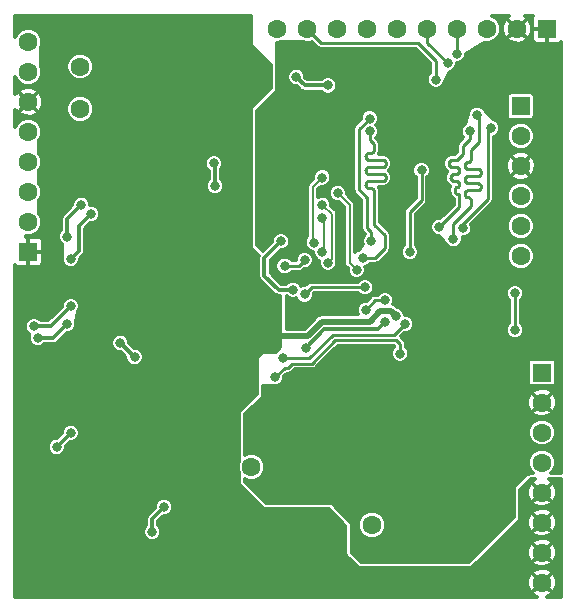
<source format=gtl>
G04 #@! TF.FileFunction,Copper,L1,Top,Signal*
%FSLAX46Y46*%
G04 Gerber Fmt 4.6, Leading zero omitted, Abs format (unit mm)*
G04 Created by KiCad (PCBNEW (2016-08-20 BZR 7083)-product) date Fri Jun  8 01:00:13 2018*
%MOMM*%
%LPD*%
G01*
G04 APERTURE LIST*
%ADD10C,0.100000*%
%ADD11C,1.600000*%
%ADD12R,1.600000X1.600000*%
%ADD13C,0.800000*%
%ADD14C,0.300000*%
%ADD15C,0.500000*%
%ADD16C,0.250000*%
%ADD17C,0.200000*%
%ADD18C,0.299000*%
G04 APERTURE END LIST*
D10*
D11*
X5900000Y45300000D03*
X5900000Y41700000D03*
X30600000Y6500000D03*
X20400000Y11400000D03*
X43200000Y29250000D03*
X43200000Y31790000D03*
X43200000Y34330000D03*
X43200000Y36870000D03*
D12*
X43200000Y41950000D03*
D11*
X43200000Y39410000D03*
X1500000Y47390000D03*
X1500000Y44850000D03*
X1500000Y42310000D03*
X1500000Y39770000D03*
X1500000Y37230000D03*
X1500000Y34690000D03*
D12*
X1500000Y29610000D03*
D11*
X1500000Y32150000D03*
X22570000Y48500000D03*
X25110000Y48500000D03*
X27650000Y48500000D03*
X30190000Y48500000D03*
X32730000Y48500000D03*
X35270000Y48500000D03*
X37810000Y48500000D03*
X40350000Y48500000D03*
D12*
X45430000Y48500000D03*
D11*
X42890000Y48500000D03*
X45000000Y1610000D03*
X45000000Y4150000D03*
X45000000Y6690000D03*
X45000000Y9230000D03*
X45000000Y11770000D03*
X45000000Y14310000D03*
D12*
X45000000Y19390000D03*
D11*
X45000000Y16850000D03*
D13*
X36800000Y5700000D03*
X25100000Y23700000D03*
X40900000Y44000000D03*
X39000000Y45900000D03*
X33200000Y44300000D03*
X31400000Y46400000D03*
X26900000Y45300000D03*
X27600000Y36600000D03*
X27800000Y33300000D03*
X22000000Y34900000D03*
X23300000Y39900000D03*
X23800000Y18000000D03*
X23700000Y14900000D03*
X24800000Y12800000D03*
X22200000Y10200000D03*
X29500000Y30500000D03*
X32700000Y31000000D03*
X38300000Y24600000D03*
X34400000Y24600000D03*
X32300000Y28100000D03*
X33000000Y25700000D03*
X33400000Y18600000D03*
X31400000Y15900000D03*
X31100000Y20500000D03*
X37100000Y42600000D03*
X29500000Y25600000D03*
X45400000Y22600000D03*
X45800000Y42200000D03*
X46100000Y32200000D03*
X46100000Y28000000D03*
X34800000Y8500000D03*
X32200000Y6000000D03*
X28900000Y7500000D03*
X38200000Y4300000D03*
X34400000Y27800000D03*
X38200000Y26300000D03*
X37100000Y28600000D03*
X35800000Y30100000D03*
X38500000Y11900000D03*
X40900000Y17400000D03*
X35100000Y11900000D03*
X27000000Y13500000D03*
X38800000Y22000000D03*
X38500000Y15300000D03*
X43900000Y21100000D03*
X39600000Y19200000D03*
X35700000Y19100000D03*
X26900000Y19200000D03*
X29000000Y20900000D03*
X25400000Y10200000D03*
X41800000Y9600000D03*
X41800000Y7800000D03*
X23800000Y11400000D03*
X21700000Y30500000D03*
X36900000Y35100000D03*
X36900000Y38000000D03*
X22200000Y7000000D03*
X20100000Y8200000D03*
X19400000Y4700000D03*
X18800000Y22100000D03*
X14500000Y23500000D03*
X13700000Y14300000D03*
X12700000Y9400000D03*
X4000000Y6900000D03*
X1400000Y3400000D03*
X17100000Y1500000D03*
X23500000Y1700000D03*
X28700000Y1000000D03*
X35000000Y1900000D03*
X9100000Y1500000D03*
X9200000Y11300000D03*
X10800000Y6800000D03*
X9100000Y3800000D03*
X7700000Y6800000D03*
X4000000Y10900000D03*
X1500000Y24600000D03*
X2500000Y12800000D03*
X900000Y17400000D03*
X6100000Y20300000D03*
X5200000Y22300000D03*
X8200000Y32100000D03*
X7900000Y34200000D03*
X4200000Y37400000D03*
X15100000Y48100000D03*
X11800000Y48600000D03*
X6500000Y48900000D03*
X900000Y48900000D03*
X13800000Y39200000D03*
X7400000Y46900000D03*
X3300000Y45800000D03*
X8200000Y43400000D03*
X11900000Y41800000D03*
X17300000Y32400000D03*
X19800000Y35000000D03*
X18500000Y26100000D03*
X20000000Y28200000D03*
X19900000Y31500000D03*
X5900000Y16200000D03*
X9400000Y19900000D03*
X12500000Y16100000D03*
X10300000Y14900000D03*
X3300000Y34100000D03*
X11700000Y24300000D03*
X11000000Y26100000D03*
X20400000Y25900000D03*
X18900000Y16800000D03*
X17200000Y15200000D03*
X21100000Y23700000D03*
X15800000Y14200000D03*
X18700000Y12000000D03*
X17000000Y3600000D03*
X17000000Y5800000D03*
X14300000Y35100000D03*
X15200000Y30500000D03*
X6600000Y36400000D03*
X10700000Y34000000D03*
X16500000Y45000000D03*
X18900000Y37800000D03*
X16500000Y38800000D03*
X21200000Y44500000D03*
X18000000Y48600000D03*
X42300000Y4100000D03*
X41700000Y900000D03*
X2700000Y8800000D03*
X23800000Y5900000D03*
X25400000Y7000000D03*
X17500000Y28500000D03*
X22300000Y22500000D03*
X32600000Y24200000D03*
X13000000Y8000000D03*
X12000000Y5900000D03*
X42700000Y26100000D03*
X42700000Y23000000D03*
X2300000Y22300000D03*
X4800000Y30900000D03*
X6000000Y33600000D03*
X4800000Y23500000D03*
X24200000Y44400000D03*
X26900000Y43700000D03*
X23900000Y26400000D03*
X22900000Y30500000D03*
X25000000Y21500000D03*
X31700000Y23700000D03*
X5100000Y25000000D03*
X5100000Y14300000D03*
X3900000Y13100000D03*
X2000000Y23300000D03*
X6800000Y32800000D03*
X5100000Y29000000D03*
X33800000Y29600000D03*
X30100000Y24700000D03*
X31700000Y25500000D03*
X34800000Y36500000D03*
X37000000Y45600000D03*
X26900000Y28700000D03*
X26400000Y33600000D03*
X29300000Y28100000D03*
X27700000Y34600000D03*
X26400000Y32500000D03*
X26400000Y29600000D03*
X36000000Y44200000D03*
X26400000Y35900000D03*
X25700000Y30400000D03*
X17200000Y37100000D03*
X17300000Y35200000D03*
X23200000Y28400000D03*
X24900000Y28900000D03*
X24900000Y26000000D03*
X30000000Y26600000D03*
X36300000Y31700000D03*
X38900000Y39800000D03*
X39500000Y41200000D03*
X37500000Y30700000D03*
X40700000Y40100000D03*
X38300000Y31600000D03*
X30400000Y39800000D03*
X29800000Y29100000D03*
X30400000Y40900000D03*
X30550000Y30550000D03*
X37800000Y46400000D03*
X10500000Y20700000D03*
X9300000Y21900000D03*
X33400000Y23500000D03*
X23100000Y20600000D03*
X33000000Y21000000D03*
X22400000Y19000000D03*
D14*
X31400000Y46400000D02*
X28000000Y46400000D01*
X28000000Y46400000D02*
X26900000Y45300000D01*
X27600000Y36600000D02*
X27600000Y35900000D01*
X26800000Y34300000D02*
X27800000Y33300000D01*
X26800000Y35100000D02*
X26800000Y34300000D01*
X27600000Y35900000D02*
X26800000Y35100000D01*
X22000000Y34900000D02*
X23300000Y36200000D01*
X23300000Y36200000D02*
X23300000Y39900000D01*
X23700000Y13900000D02*
X23700000Y14900000D01*
X24800000Y12800000D02*
X23700000Y13900000D01*
X32700000Y28500000D02*
X32700000Y31000000D01*
X38300000Y26200000D02*
X38300000Y24600000D01*
X38300000Y26200000D02*
X38200000Y26300000D01*
X32300000Y26400000D02*
X32300000Y28100000D01*
X33000000Y25700000D02*
X32300000Y26400000D01*
X32300000Y28100000D02*
X32700000Y28500000D01*
X31400000Y15900000D02*
X33400000Y17900000D01*
X33400000Y17900000D02*
X33400000Y18600000D01*
X30700000Y20900000D02*
X31100000Y20500000D01*
X29000000Y20900000D02*
X30700000Y20900000D01*
X40900000Y44000000D02*
X39700000Y44000000D01*
X44000000Y44000000D02*
X40900000Y44000000D01*
X45800000Y42200000D02*
X44000000Y44000000D01*
X38300000Y42600000D02*
X37100000Y42600000D01*
X39700000Y44000000D02*
X38300000Y42600000D01*
X45400000Y22600000D02*
X45400000Y27300000D01*
X46400000Y41600000D02*
X45800000Y42200000D01*
X46400000Y32500000D02*
X46400000Y41600000D01*
X46100000Y32200000D02*
X46400000Y32500000D01*
X45400000Y27300000D02*
X46100000Y28000000D01*
X32200000Y6000000D02*
X33900000Y4300000D01*
X29500000Y8100000D02*
X34400000Y8100000D01*
X34400000Y8100000D02*
X34800000Y8500000D01*
X28900000Y7500000D02*
X29500000Y8100000D01*
X33900000Y4300000D02*
X38200000Y4300000D01*
X35900000Y26300000D02*
X34400000Y27800000D01*
X38200000Y26300000D02*
X35900000Y26300000D01*
X37100000Y28800000D02*
X37100000Y28600000D01*
X35800000Y30100000D02*
X37100000Y28800000D01*
X38500000Y11900000D02*
X40900000Y14300000D01*
X40900000Y14300000D02*
X40900000Y17400000D01*
X39600000Y19200000D02*
X39600000Y21200000D01*
X39600000Y21200000D02*
X38800000Y22000000D01*
X38500000Y15300000D02*
X38500000Y18100000D01*
X38500000Y18100000D02*
X39600000Y19200000D01*
X13700000Y14300000D02*
X12700000Y13300000D01*
X12700000Y13300000D02*
X12700000Y9400000D01*
X4000000Y6900000D02*
X4000000Y6000000D01*
X4000000Y6000000D02*
X1400000Y3400000D01*
X23500000Y1700000D02*
X24200000Y1000000D01*
X24200000Y1000000D02*
X28700000Y1000000D01*
X35000000Y1900000D02*
X36000000Y900000D01*
X36000000Y900000D02*
X41700000Y900000D01*
X9200000Y11300000D02*
X9200000Y8300000D01*
X9100000Y5100000D02*
X10800000Y6800000D01*
X9100000Y3800000D02*
X9100000Y5100000D01*
X9200000Y8300000D02*
X7700000Y6800000D01*
X1500000Y24600000D02*
X900000Y24000000D01*
X2500000Y12400000D02*
X4000000Y10900000D01*
X2500000Y12800000D02*
X2500000Y12400000D01*
X900000Y24000000D02*
X900000Y17400000D01*
X6100000Y20300000D02*
X6100000Y21400000D01*
X6100000Y21400000D02*
X5200000Y22300000D01*
X8200000Y32100000D02*
X7900000Y32400000D01*
X7900000Y32400000D02*
X7900000Y34200000D01*
X15100000Y48100000D02*
X12300000Y48100000D01*
X12300000Y48100000D02*
X11800000Y48600000D01*
X3300000Y45800000D02*
X3300000Y48300000D01*
X2700000Y48900000D02*
X900000Y48900000D01*
X3300000Y48300000D02*
X2700000Y48900000D01*
X13800000Y39200000D02*
X11900000Y41100000D01*
X5700000Y43400000D02*
X3300000Y45800000D01*
X8200000Y43400000D02*
X5700000Y43400000D01*
X11900000Y41100000D02*
X11900000Y41800000D01*
X19900000Y28300000D02*
X20000000Y28200000D01*
X19900000Y31500000D02*
X19900000Y28300000D01*
X10300000Y19000000D02*
X9400000Y19900000D01*
X10300000Y14900000D02*
X10300000Y19000000D01*
X42300000Y4100000D02*
X42300000Y2500000D01*
X41700000Y1900000D02*
X41700000Y900000D01*
X42300000Y2500000D02*
X41700000Y1900000D01*
D15*
X25151470Y22500000D02*
X22300000Y22500000D01*
X26351470Y23700000D02*
X25151470Y22500000D01*
X30399998Y23700000D02*
X26351470Y23700000D01*
X31299998Y24600000D02*
X30399998Y23700000D01*
X32200000Y24600000D02*
X31299998Y24600000D01*
X32600000Y24200000D02*
X32200000Y24600000D01*
D14*
X12000000Y7000000D02*
X12000000Y5900000D01*
X13000000Y8000000D02*
X12000000Y7000000D01*
D16*
X42700000Y26100000D02*
X42700000Y23000000D01*
D14*
X4800000Y23500000D02*
X3600000Y22300000D01*
X3600000Y22300000D02*
X2300000Y22300000D01*
X4800000Y32400000D02*
X4800000Y30900000D01*
X6000000Y33600000D02*
X4800000Y32400000D01*
X24900000Y43700000D02*
X26900000Y43700000D01*
X24200000Y44400000D02*
X24900000Y43700000D01*
X23900000Y26400000D02*
X22700000Y26400000D01*
X21500000Y29100000D02*
X22900000Y30500000D01*
X21500000Y27600000D02*
X21500000Y29100000D01*
X22700000Y26400000D02*
X21500000Y27600000D01*
X31700000Y23700000D02*
X31075002Y23075002D01*
X26575002Y23075002D02*
X25000000Y21500000D01*
X31075002Y23075002D02*
X26575002Y23075002D01*
X3400000Y23300000D02*
X5100000Y25000000D01*
X5100000Y14300000D02*
X3900000Y13100000D01*
X2000000Y23300000D02*
X3400000Y23300000D01*
X5800000Y31800000D02*
X6800000Y32800000D01*
X5800000Y29700000D02*
X5800000Y31800000D01*
X5100000Y29000000D02*
X5800000Y29700000D01*
D16*
X34800000Y34000000D02*
X33800000Y33000000D01*
X33800000Y33000000D02*
X33800000Y29600000D01*
X34800000Y36500000D02*
X34800000Y34000000D01*
X30900000Y25500000D02*
X30100000Y24700000D01*
X31700000Y25500000D02*
X30900000Y25500000D01*
X35270000Y48500000D02*
X35270000Y47330000D01*
X35270000Y47330000D02*
X37000000Y45600000D01*
D17*
X26900000Y28700000D02*
X27200000Y29000000D01*
X27200000Y32800000D02*
X26400000Y33600000D01*
X27200000Y29000000D02*
X27200000Y32800000D01*
X28700000Y28700000D02*
X29300000Y28100000D01*
X28700000Y33600000D02*
X27700000Y34600000D01*
X28700000Y28700000D02*
X28700000Y33600000D01*
X26500000Y29700000D02*
X26500000Y32400000D01*
X26500000Y32400000D02*
X26400000Y32500000D01*
X26600000Y29800000D02*
X26400000Y29600000D01*
X26400000Y29600000D02*
X26500000Y29700000D01*
D16*
X34500000Y47300000D02*
X26310000Y47300000D01*
X36000000Y44200000D02*
X36000000Y45800000D01*
X36000000Y45800000D02*
X34500000Y47300000D01*
X26310000Y47300000D02*
X25110000Y48500000D01*
D17*
X25600000Y35100000D02*
X25600000Y30500000D01*
X26400000Y35900000D02*
X25600000Y35100000D01*
X25600000Y30500000D02*
X25700000Y30400000D01*
X25700000Y30400000D02*
X25600000Y30500000D01*
D14*
X17300000Y37000000D02*
X17200000Y37100000D01*
X17300000Y35200000D02*
X17300000Y37000000D01*
D16*
X23200000Y28400000D02*
X24400000Y28400000D01*
X24400000Y28400000D02*
X24900000Y28900000D01*
X24900000Y26000000D02*
X25500000Y26600000D01*
X25500000Y26600000D02*
X30000000Y26600000D01*
X38900000Y39200000D02*
X38300000Y38600000D01*
X38900000Y39800000D02*
X38900000Y39200000D01*
X37688179Y35059111D02*
X37667330Y35025930D01*
X37800000Y37400000D02*
X37400000Y37400000D01*
X37129709Y36969835D02*
X37165450Y36912954D01*
X37715889Y35086821D02*
X37688179Y35059111D01*
X37961820Y35190890D02*
X37934110Y35163180D01*
X38300000Y38600000D02*
X38300000Y37900000D01*
X37887046Y36734550D02*
X37934549Y36687047D01*
X37362953Y36134550D02*
X37315450Y36087047D01*
X37550000Y35600000D02*
X37700000Y35600000D01*
X38300000Y37900000D02*
X37800000Y37400000D01*
X37830165Y36770291D02*
X37887046Y36734550D01*
X37715889Y34563180D02*
X37749070Y34542331D01*
X37165450Y37287047D02*
X37129709Y37230166D01*
X37400000Y37400000D02*
X37333243Y37392479D01*
X37654387Y34661059D02*
X37667330Y34624071D01*
X37992478Y35366757D02*
X38000000Y35300000D01*
X37315450Y36087047D02*
X37279709Y36030166D01*
X37333243Y37392479D02*
X37269834Y37370291D01*
X37269834Y37370291D02*
X37212953Y37334550D01*
X37992478Y36433244D02*
X37970290Y36369835D01*
X37786058Y35120613D02*
X37749070Y35107670D01*
X38000000Y35300000D02*
X37995612Y35261059D01*
X37250000Y35900000D02*
X37257521Y35833244D01*
X37212953Y37334550D02*
X37165450Y37287047D01*
X37667330Y35025930D02*
X37654387Y34988942D01*
X37830165Y36229710D02*
X37766756Y36207522D01*
X37107521Y37033244D02*
X37129709Y36969835D01*
X37934110Y34486821D02*
X37961820Y34459111D01*
X37887046Y36265451D02*
X37830165Y36229710D01*
X37129709Y37230166D02*
X37107521Y37166757D01*
X37107521Y37166757D02*
X37100000Y37100000D01*
X37766756Y36792479D02*
X37830165Y36770291D01*
X37100000Y37100000D02*
X37107521Y37033244D01*
X37863941Y34520613D02*
X37900929Y34507670D01*
X37700000Y35600000D02*
X37766756Y35592479D01*
X37970290Y36630166D02*
X37992478Y36566757D01*
X37165450Y36912954D02*
X37212953Y36865451D01*
X37863941Y35129388D02*
X37786058Y35120613D01*
X37212953Y36865451D02*
X37269834Y36829710D01*
X37786058Y34529388D02*
X37863941Y34520613D01*
X37333243Y36807522D02*
X37400000Y36800000D01*
X37700000Y36800000D02*
X37766756Y36792479D01*
X37269834Y36829710D02*
X37333243Y36807522D01*
X37992478Y36566757D02*
X38000000Y36500000D01*
X37400000Y36800000D02*
X37700000Y36800000D01*
X37934549Y36687047D02*
X37970290Y36630166D01*
X37982669Y34425930D02*
X37995612Y34388942D01*
X37279709Y35769835D02*
X37315450Y35712954D01*
X37970290Y36369835D02*
X37934549Y36312954D01*
X38000000Y36500000D02*
X37992478Y36433244D01*
X37419834Y35629710D02*
X37483243Y35607522D01*
X37934549Y36312954D02*
X37887046Y36265451D01*
X37766756Y36207522D02*
X37700000Y36200000D01*
X37700000Y36200000D02*
X37550000Y36200000D01*
X37279709Y36030166D02*
X37257521Y35966757D01*
X37550000Y36200000D02*
X37483243Y36192479D01*
X37483243Y36192479D02*
X37419834Y36170291D01*
X37995612Y35261059D02*
X37982669Y35224071D01*
X37483243Y35607522D02*
X37550000Y35600000D01*
X37419834Y36170291D02*
X37362953Y36134550D01*
X37257521Y35966757D02*
X37250000Y35900000D01*
X37257521Y35833244D02*
X37279709Y35769835D01*
X37315450Y35712954D02*
X37362953Y35665451D01*
X37362953Y35665451D02*
X37419834Y35629710D01*
X37654387Y34988942D02*
X37650000Y34950000D01*
X37766756Y35592479D02*
X37830165Y35570291D01*
X37830165Y35570291D02*
X37887046Y35534550D01*
X37970290Y35430166D02*
X37992478Y35366757D01*
X37995612Y34388942D02*
X38000000Y34350000D01*
X37887046Y35534550D02*
X37934549Y35487047D01*
X37934549Y35487047D02*
X37970290Y35430166D01*
X37982669Y35224071D02*
X37961820Y35190890D01*
X37650000Y34700000D02*
X37654387Y34661059D01*
X37934110Y35163180D02*
X37900929Y35142331D01*
X37900929Y35142331D02*
X37863941Y35129388D01*
X37749070Y35107670D02*
X37715889Y35086821D01*
X37650000Y34950000D02*
X37650000Y34700000D01*
X37900929Y34507670D02*
X37934110Y34486821D01*
X37667330Y34624071D02*
X37688179Y34590890D01*
X37749070Y34542331D02*
X37786058Y34529388D01*
X37688179Y34590890D02*
X37715889Y34563180D01*
X37961820Y34459111D02*
X37982669Y34425930D01*
X38000000Y34350000D02*
X38000000Y33400000D01*
X38000000Y33400000D02*
X36300000Y31700000D01*
X38725000Y36025000D02*
X39550000Y36025000D01*
X37500000Y30700000D02*
X37500000Y32000000D01*
X37500000Y32000000D02*
X39000000Y33500000D01*
X38896459Y34165004D02*
X38844318Y34197767D01*
X39000000Y33500000D02*
X39000000Y33950000D01*
X39000000Y33950000D02*
X38993105Y34011194D01*
X38450000Y36900000D02*
X38450000Y36950000D01*
X38993105Y34011194D02*
X38972766Y34069319D01*
X39737047Y35359550D02*
X39680166Y35395291D01*
X38972766Y34069319D02*
X38940003Y34121460D01*
X38460000Y34638764D02*
X38456894Y34611194D01*
X39784550Y34937954D02*
X39820291Y34994835D01*
X38456894Y35638807D02*
X38450000Y35700000D01*
X38553540Y34284997D02*
X38509996Y34328541D01*
X38553540Y35484997D02*
X38509996Y35528541D01*
X39680166Y36054710D02*
X39737047Y36090451D01*
X38477233Y35869319D02*
X38509996Y35921460D01*
X38940003Y34121460D02*
X38896459Y34165004D01*
X39850000Y36325000D02*
X39842479Y36391757D01*
X38456894Y34438807D02*
X38460000Y34411237D01*
X38844318Y34197767D02*
X38786193Y34218106D01*
X38605681Y37197767D02*
X38663806Y37218106D01*
X38844318Y37252234D02*
X38896459Y37284997D01*
X38663806Y34231895D02*
X38605681Y34252234D01*
X39616757Y34832522D02*
X39680166Y34854710D01*
X39842479Y35191757D02*
X39820291Y35255166D01*
X38605681Y35997767D02*
X38663806Y36018106D01*
X38786193Y34218106D02*
X38736508Y34223703D01*
X38725000Y34825000D02*
X39550000Y34825000D01*
X38477233Y37069319D02*
X38509996Y37121460D01*
X38786193Y37231895D02*
X38844318Y37252234D01*
X38605681Y34252234D02*
X38553540Y34284997D01*
X38896459Y37284997D02*
X38940003Y37328541D01*
X39820291Y35255166D02*
X39784550Y35312047D01*
X38460000Y34411237D02*
X38460000Y34638764D01*
X38736508Y34223703D02*
X38663806Y34231895D01*
X38456894Y34611194D02*
X38477233Y34669319D01*
X39550000Y34825000D02*
X39616757Y34832522D01*
X39850000Y35125000D02*
X39842479Y35191757D01*
X39700000Y41000000D02*
X39500000Y41200000D01*
X38509996Y34328541D02*
X38477233Y34380682D01*
X38477233Y34380682D02*
X38456894Y34438807D01*
X39680166Y34854710D02*
X39737047Y34890451D01*
X39700000Y38900000D02*
X39700000Y41000000D01*
X39737047Y36090451D02*
X39784550Y36137954D01*
X38725000Y35425000D02*
X38663806Y35431895D01*
X38477233Y34669319D02*
X38509996Y34721460D01*
X39737047Y34890451D02*
X39784550Y34937954D01*
X39550000Y36025000D02*
X39616757Y36032522D01*
X38509996Y34721460D02*
X38553540Y34765004D01*
X38450000Y35750000D02*
X38456894Y35811194D01*
X38553540Y34765004D02*
X38605681Y34797767D01*
X38605681Y34797767D02*
X38663806Y34818106D01*
X38663806Y34818106D02*
X38725000Y34825000D01*
X39842479Y36258244D02*
X39850000Y36325000D01*
X39820291Y34994835D02*
X39842479Y35058244D01*
X39842479Y35058244D02*
X39850000Y35125000D01*
X38663806Y36631895D02*
X38605681Y36652234D01*
X39784550Y35312047D02*
X39737047Y35359550D01*
X38663806Y37218106D02*
X38786193Y37231895D01*
X38972766Y37380682D02*
X38993105Y37438807D01*
X39550000Y35425000D02*
X38725000Y35425000D01*
X39680166Y35395291D02*
X39616757Y35417479D01*
X38450000Y35700000D02*
X38450000Y35750000D01*
X38663806Y36018106D02*
X38725000Y36025000D01*
X39616757Y35417479D02*
X39550000Y35425000D01*
X38663806Y35431895D02*
X38605681Y35452234D01*
X38605681Y35452234D02*
X38553540Y35484997D01*
X38509996Y35528541D02*
X38477233Y35580682D01*
X38940003Y37328541D02*
X38972766Y37380682D01*
X38509996Y35921460D02*
X38553540Y35965004D01*
X38477233Y35580682D02*
X38456894Y35638807D01*
X38477233Y36780682D02*
X38456894Y36838807D01*
X38553540Y35965004D02*
X38605681Y35997767D01*
X38456894Y35811194D02*
X38477233Y35869319D01*
X39616757Y36032522D02*
X39680166Y36054710D01*
X39784550Y36137954D02*
X39820291Y36194835D01*
X39820291Y36194835D02*
X39842479Y36258244D01*
X38553540Y36684997D02*
X38509996Y36728541D01*
X39842479Y36391757D02*
X39820291Y36455166D01*
X39820291Y36455166D02*
X39784550Y36512047D01*
X39616757Y36617479D02*
X39550000Y36625000D01*
X39784550Y36512047D02*
X39737047Y36559550D01*
X39737047Y36559550D02*
X39680166Y36595291D01*
X39680166Y36595291D02*
X39616757Y36617479D01*
X39550000Y36625000D02*
X38725000Y36625000D01*
X38725000Y36625000D02*
X38663806Y36631895D01*
X38605681Y36652234D02*
X38553540Y36684997D01*
X38509996Y36728541D02*
X38477233Y36780682D01*
X38456894Y36838807D02*
X38450000Y36900000D01*
X38450000Y36950000D02*
X38456894Y37011194D01*
X38456894Y37011194D02*
X38477233Y37069319D01*
X38509996Y37121460D02*
X38553540Y37165004D01*
X38553540Y37165004D02*
X38605681Y37197767D01*
X38993105Y37438807D02*
X39000000Y37500000D01*
X39000000Y37500000D02*
X39000000Y38200000D01*
X39000000Y38200000D02*
X39700000Y38900000D01*
X38300000Y31600000D02*
X38300000Y32000000D01*
X38300000Y32000000D02*
X40400000Y34100000D01*
X40400000Y34100000D02*
X40400000Y39800000D01*
X40400000Y39800000D02*
X40700000Y40100000D01*
X30400000Y39800000D02*
X30400000Y39100000D01*
X30400000Y39100000D02*
X30800000Y38700000D01*
X30050000Y37700000D02*
X30057521Y37633244D01*
X30115450Y35112954D02*
X30162953Y35065451D01*
X31500000Y36800000D02*
X30350000Y36800000D01*
X30566756Y38007522D02*
X30500000Y38000000D01*
X30050000Y36500000D02*
X30057521Y36433244D01*
X31800000Y37100000D02*
X31792479Y37033244D01*
X30800000Y38700000D02*
X30800000Y38300000D01*
X31566757Y36807522D02*
X31500000Y36800000D01*
X30057521Y36433244D02*
X30079709Y36369835D01*
X30162953Y36734550D02*
X30115450Y36687047D01*
X31566757Y37392479D02*
X31630166Y37370291D01*
X30792478Y38233244D02*
X30770290Y38169835D01*
X30350000Y36800000D02*
X30283243Y36792479D01*
X31770291Y37230166D02*
X31792479Y37166757D01*
X30800000Y38300000D02*
X30792478Y38233244D01*
X30219834Y37970291D02*
X30162953Y37934550D01*
X31630166Y36829710D02*
X31566757Y36807522D01*
X30770290Y38169835D02*
X30734549Y38112954D01*
X30283243Y37992479D02*
X30219834Y37970291D01*
X31687047Y36865451D02*
X31630166Y36829710D01*
X31800000Y35900000D02*
X31792479Y35833244D01*
X30734549Y38112954D02*
X30687046Y38065451D01*
X30219834Y37429710D02*
X30283243Y37407522D01*
X31500000Y37400000D02*
X31566757Y37392479D01*
X30800000Y34700000D02*
X30800000Y31900000D01*
X30219834Y36229710D02*
X30283243Y36207522D01*
X30687046Y38065451D02*
X30630165Y38029710D01*
X30500000Y38000000D02*
X30350000Y38000000D01*
X30115450Y37887047D02*
X30079709Y37830166D01*
X30687046Y34934550D02*
X30734549Y34887047D01*
X31687047Y36134550D02*
X31734550Y36087047D01*
X30079709Y37830166D02*
X30057521Y37766757D01*
X30630165Y38029710D02*
X30566756Y38007522D01*
X31500000Y36200000D02*
X31566757Y36192479D01*
X31770291Y36969835D02*
X31734550Y36912954D01*
X30350000Y38000000D02*
X30283243Y37992479D01*
X30162953Y37934550D02*
X30115450Y37887047D01*
X31630166Y37370291D02*
X31687047Y37334550D01*
X30057521Y37766757D02*
X30050000Y37700000D01*
X30115450Y35487047D02*
X30079709Y35430166D01*
X30079709Y35169835D02*
X30115450Y35112954D01*
X30057521Y37633244D02*
X30079709Y37569835D01*
X31566757Y35607522D02*
X31500000Y35600000D01*
X30734549Y34887047D02*
X30770290Y34830166D01*
X31792479Y35966757D02*
X31800000Y35900000D01*
X30079709Y37569835D02*
X30115450Y37512954D01*
X30115450Y37512954D02*
X30162953Y37465451D01*
X30162953Y37465451D02*
X30219834Y37429710D01*
X30283243Y37407522D02*
X30350000Y37400000D01*
X31687047Y37334550D02*
X31734550Y37287047D01*
X30350000Y37400000D02*
X31500000Y37400000D01*
X31734550Y37287047D02*
X31770291Y37230166D01*
X31734550Y36087047D02*
X31770291Y36030166D01*
X31792479Y37166757D02*
X31800000Y37100000D01*
X31792479Y37033244D02*
X31770291Y36969835D01*
X31566757Y36192479D02*
X31630166Y36170291D01*
X31734550Y36912954D02*
X31687047Y36865451D01*
X30283243Y36792479D02*
X30219834Y36770291D01*
X31770291Y36030166D02*
X31792479Y35966757D01*
X30219834Y36770291D02*
X30162953Y36734550D01*
X31770291Y35769835D02*
X31734550Y35712954D01*
X30115450Y36687047D02*
X30079709Y36630166D01*
X30800000Y31900000D02*
X31700000Y31000000D01*
X30079709Y36630166D02*
X30057521Y36566757D01*
X30057521Y36566757D02*
X30050000Y36500000D01*
X30079709Y36369835D02*
X30115450Y36312954D01*
X30792478Y34766757D02*
X30800000Y34700000D01*
X30162953Y36265451D02*
X30219834Y36229710D01*
X30115450Y36312954D02*
X30162953Y36265451D01*
X30283243Y36207522D02*
X30350000Y36200000D01*
X30350000Y36200000D02*
X31500000Y36200000D01*
X31630166Y36170291D02*
X31687047Y36134550D01*
X31792479Y35833244D02*
X31770291Y35769835D01*
X31734550Y35712954D02*
X31687047Y35665451D01*
X31687047Y35665451D02*
X31630166Y35629710D01*
X31500000Y35600000D02*
X30350000Y35600000D01*
X31630166Y35629710D02*
X31566757Y35607522D01*
X30350000Y35600000D02*
X30283243Y35592479D01*
X30283243Y35592479D02*
X30219834Y35570291D01*
X30566756Y34992479D02*
X30630165Y34970291D01*
X30219834Y35570291D02*
X30162953Y35534550D01*
X30162953Y35534550D02*
X30115450Y35487047D01*
X30079709Y35430166D02*
X30057521Y35366757D01*
X30630165Y34970291D02*
X30687046Y34934550D01*
X30057521Y35366757D02*
X30050000Y35300000D01*
X30050000Y35300000D02*
X30057521Y35233244D01*
X30057521Y35233244D02*
X30079709Y35169835D01*
X30350000Y35000000D02*
X30500000Y35000000D01*
X30162953Y35065451D02*
X30219834Y35029710D01*
X30219834Y35029710D02*
X30283243Y35007522D01*
X30283243Y35007522D02*
X30350000Y35000000D01*
X30500000Y35000000D02*
X30566756Y34992479D01*
X30770290Y34830166D02*
X30792478Y34766757D01*
X31700000Y31000000D02*
X31700000Y29900000D01*
X31700000Y29900000D02*
X30900000Y29100000D01*
X30900000Y29100000D02*
X29800000Y29100000D01*
X30200000Y31600000D02*
X30200000Y34200000D01*
X30200000Y34200000D02*
X29500000Y34900000D01*
X30550000Y31250000D02*
X30550000Y30550000D01*
X30200000Y31600000D02*
X30550000Y31250000D01*
X30400000Y40900000D02*
X29500000Y40000000D01*
X29500000Y40000000D02*
X29500000Y34900000D01*
X37800000Y46400000D02*
X37800000Y48490000D01*
X37800000Y48490000D02*
X37810000Y48500000D01*
D14*
X9300000Y21900000D02*
X10500000Y20700000D01*
D16*
X27300000Y22600000D02*
X25300000Y20600000D01*
X33400000Y23500000D02*
X32500000Y22600000D01*
X32500000Y22600000D02*
X27300000Y22600000D01*
X25300000Y20600000D02*
X23100000Y20600000D01*
X23849998Y20149998D02*
X23500000Y19800000D01*
X27486396Y22149998D02*
X25486396Y20149998D01*
X25486396Y20149998D02*
X23849998Y20149998D01*
X32650002Y22149998D02*
X27486396Y22149998D01*
X33000000Y21800000D02*
X32650002Y22149998D01*
X33000000Y21000000D02*
X33000000Y21800000D01*
X23200000Y19800000D02*
X22400000Y19000000D01*
X23500000Y19800000D02*
X23200000Y19800000D01*
D18*
G36*
X42141578Y49530965D02*
X42068975Y49321732D01*
X42890000Y48500707D01*
X43711025Y49321732D01*
X43638422Y49530965D01*
X43530861Y49580500D01*
X44274811Y49580500D01*
X44248932Y49554621D01*
X44180500Y49389411D01*
X44180500Y48612875D01*
X44292875Y48500500D01*
X45429500Y48500500D01*
X45429500Y48520500D01*
X45430500Y48520500D01*
X45430500Y48500500D01*
X45450500Y48500500D01*
X45450500Y48499500D01*
X45430500Y48499500D01*
X45430500Y47362875D01*
X45542875Y47250500D01*
X46319411Y47250500D01*
X46484621Y47318932D01*
X46580500Y47414811D01*
X46580500Y10869500D01*
X45753295Y10869500D01*
X45990876Y11106666D01*
X46169297Y11536351D01*
X46169703Y12001607D01*
X45992032Y12431603D01*
X45663334Y12760876D01*
X45233649Y12939297D01*
X44768393Y12939703D01*
X44338397Y12762032D01*
X44009124Y12433334D01*
X43830703Y12003649D01*
X43830297Y11538393D01*
X44007968Y11108397D01*
X44246448Y10869500D01*
X44000000Y10869500D01*
X43858598Y10841373D01*
X43738724Y10761276D01*
X42738724Y9761276D01*
X42658627Y9641402D01*
X42630500Y9500000D01*
X42630500Y7153052D01*
X38846948Y3369500D01*
X29653052Y3369500D01*
X28869500Y4153052D01*
X28869500Y6268393D01*
X29430297Y6268393D01*
X29607968Y5838397D01*
X29936666Y5509124D01*
X30366351Y5330703D01*
X30831607Y5330297D01*
X31261603Y5507968D01*
X31590876Y5836666D01*
X31769297Y6266351D01*
X31769703Y6731607D01*
X31592032Y7161603D01*
X31263334Y7490876D01*
X30833649Y7669297D01*
X30368393Y7669703D01*
X29938397Y7492032D01*
X29609124Y7163334D01*
X29430703Y6733649D01*
X29430297Y6268393D01*
X28869500Y6268393D01*
X28869500Y6500000D01*
X28841373Y6641402D01*
X28761276Y6761276D01*
X27261276Y8261276D01*
X27141402Y8341373D01*
X27000000Y8369500D01*
X21653052Y8369500D01*
X19869500Y10153052D01*
X19869500Y10353966D01*
X20166351Y10230703D01*
X20631607Y10230297D01*
X21061603Y10407968D01*
X21390876Y10736666D01*
X21569297Y11166351D01*
X21569703Y11631607D01*
X21392032Y12061603D01*
X21063334Y12390876D01*
X20633649Y12569297D01*
X20168393Y12569703D01*
X19869500Y12446203D01*
X19869500Y14078393D01*
X43830297Y14078393D01*
X44007968Y13648397D01*
X44336666Y13319124D01*
X44766351Y13140703D01*
X45231607Y13140297D01*
X45661603Y13317968D01*
X45990876Y13646666D01*
X46169297Y14076351D01*
X46169703Y14541607D01*
X45992032Y14971603D01*
X45663334Y15300876D01*
X45233649Y15479297D01*
X44768393Y15479703D01*
X44338397Y15302032D01*
X44009124Y14973334D01*
X43830703Y14543649D01*
X43830297Y14078393D01*
X19869500Y14078393D01*
X19869500Y15846948D01*
X20050820Y16028268D01*
X44178975Y16028268D01*
X44251578Y15819035D01*
X44703082Y15611105D01*
X45199788Y15591785D01*
X45666078Y15764016D01*
X45748422Y15819035D01*
X45821025Y16028268D01*
X45000000Y16849293D01*
X44178975Y16028268D01*
X20050820Y16028268D01*
X20672764Y16650212D01*
X43741785Y16650212D01*
X43914016Y16183922D01*
X43969035Y16101578D01*
X44178268Y16028975D01*
X44999293Y16850000D01*
X45000707Y16850000D01*
X45821732Y16028975D01*
X46030965Y16101578D01*
X46238895Y16553082D01*
X46258215Y17049788D01*
X46085984Y17516078D01*
X46030965Y17598422D01*
X45821732Y17671025D01*
X45000707Y16850000D01*
X44999293Y16850000D01*
X44178268Y17671025D01*
X43969035Y17598422D01*
X43761105Y17146918D01*
X43741785Y16650212D01*
X20672764Y16650212D01*
X21261276Y17238724D01*
X21341373Y17358598D01*
X21369500Y17500000D01*
X21369500Y17671732D01*
X44178975Y17671732D01*
X45000000Y16850707D01*
X45821025Y17671732D01*
X45748422Y17880965D01*
X45296918Y18088895D01*
X44800212Y18108215D01*
X44333922Y17935984D01*
X44251578Y17880965D01*
X44178975Y17671732D01*
X21369500Y17671732D01*
X21369500Y18250500D01*
X22198423Y18250500D01*
X22246266Y18230634D01*
X22552391Y18230367D01*
X22835317Y18347270D01*
X23051970Y18563544D01*
X23169366Y18846266D01*
X23169561Y19070233D01*
X23404828Y19305500D01*
X23500000Y19305500D01*
X23689237Y19343142D01*
X23849664Y19450336D01*
X24054826Y19655498D01*
X25486396Y19655498D01*
X25675633Y19693140D01*
X25836060Y19800334D01*
X26225726Y20190000D01*
X43823262Y20190000D01*
X43823262Y18590000D01*
X43851939Y18445829D01*
X43933606Y18323606D01*
X44055829Y18241939D01*
X44200000Y18213262D01*
X45800000Y18213262D01*
X45944171Y18241939D01*
X46066394Y18323606D01*
X46148061Y18445829D01*
X46176738Y18590000D01*
X46176738Y20190000D01*
X46148061Y20334171D01*
X46066394Y20456394D01*
X45944171Y20538061D01*
X45800000Y20566738D01*
X44200000Y20566738D01*
X44055829Y20538061D01*
X43933606Y20456394D01*
X43851939Y20334171D01*
X43823262Y20190000D01*
X26225726Y20190000D01*
X27691224Y21655498D01*
X32445174Y21655498D01*
X32505500Y21595172D01*
X32505500Y21593651D01*
X32348030Y21436456D01*
X32230634Y21153734D01*
X32230367Y20847609D01*
X32347270Y20564683D01*
X32563544Y20348030D01*
X32846266Y20230634D01*
X33152391Y20230367D01*
X33435317Y20347270D01*
X33651970Y20563544D01*
X33769366Y20846266D01*
X33769633Y21152391D01*
X33652730Y21435317D01*
X33494500Y21593824D01*
X33494500Y21800000D01*
X33456858Y21989237D01*
X33349664Y22149664D01*
X33049328Y22450000D01*
X33329889Y22730561D01*
X33552391Y22730367D01*
X33835317Y22847270D01*
X34051970Y23063544D01*
X34169366Y23346266D01*
X34169633Y23652391D01*
X34052730Y23935317D01*
X33836456Y24151970D01*
X33553734Y24269366D01*
X33369561Y24269527D01*
X33369633Y24352391D01*
X33252730Y24635317D01*
X33036456Y24851970D01*
X32753734Y24969366D01*
X32706699Y24969407D01*
X32638053Y25038053D01*
X32437072Y25172343D01*
X32400193Y25179679D01*
X32469366Y25346266D01*
X32469633Y25652391D01*
X32352730Y25935317D01*
X32340460Y25947609D01*
X41930367Y25947609D01*
X42047270Y25664683D01*
X42205500Y25506176D01*
X42205500Y23593651D01*
X42048030Y23436456D01*
X41930634Y23153734D01*
X41930367Y22847609D01*
X42047270Y22564683D01*
X42263544Y22348030D01*
X42546266Y22230634D01*
X42852391Y22230367D01*
X43135317Y22347270D01*
X43351970Y22563544D01*
X43469366Y22846266D01*
X43469633Y23152391D01*
X43352730Y23435317D01*
X43194500Y23593824D01*
X43194500Y25506349D01*
X43351970Y25663544D01*
X43469366Y25946266D01*
X43469633Y26252391D01*
X43352730Y26535317D01*
X43136456Y26751970D01*
X42853734Y26869366D01*
X42547609Y26869633D01*
X42264683Y26752730D01*
X42048030Y26536456D01*
X41930634Y26253734D01*
X41930367Y25947609D01*
X32340460Y25947609D01*
X32136456Y26151970D01*
X31853734Y26269366D01*
X31547609Y26269633D01*
X31264683Y26152730D01*
X31106176Y25994500D01*
X30900000Y25994500D01*
X30710763Y25956858D01*
X30550336Y25849664D01*
X30170111Y25469439D01*
X29947609Y25469633D01*
X29664683Y25352730D01*
X29448030Y25136456D01*
X29330634Y24853734D01*
X29330367Y24547609D01*
X29424620Y24319500D01*
X26351470Y24319500D01*
X26114397Y24272343D01*
X26051576Y24230367D01*
X25913417Y24138053D01*
X25913415Y24138050D01*
X24894864Y23119500D01*
X23369500Y23119500D01*
X23369500Y25842239D01*
X23463544Y25748030D01*
X23746266Y25630634D01*
X24052391Y25630367D01*
X24195668Y25689568D01*
X24247270Y25564683D01*
X24463544Y25348030D01*
X24746266Y25230634D01*
X25052391Y25230367D01*
X25335317Y25347270D01*
X25551970Y25563544D01*
X25669366Y25846266D01*
X25669561Y26070233D01*
X25704828Y26105500D01*
X29406349Y26105500D01*
X29563544Y25948030D01*
X29846266Y25830634D01*
X30152391Y25830367D01*
X30435317Y25947270D01*
X30651970Y26163544D01*
X30769366Y26446266D01*
X30769633Y26752391D01*
X30652730Y27035317D01*
X30436456Y27251970D01*
X30153734Y27369366D01*
X29847609Y27369633D01*
X29564683Y27252730D01*
X29406176Y27094500D01*
X25500000Y27094500D01*
X25310763Y27056858D01*
X25150336Y26949664D01*
X24970111Y26769439D01*
X24747609Y26769633D01*
X24604332Y26710432D01*
X24552730Y26835317D01*
X24336456Y27051970D01*
X24053734Y27169366D01*
X23747609Y27169633D01*
X23464683Y27052730D01*
X23331220Y26919500D01*
X22915184Y26919500D01*
X22019500Y27815184D01*
X22019500Y28247609D01*
X22430367Y28247609D01*
X22547270Y27964683D01*
X22763544Y27748030D01*
X23046266Y27630634D01*
X23352391Y27630367D01*
X23635317Y27747270D01*
X23793824Y27905500D01*
X24400000Y27905500D01*
X24589237Y27943142D01*
X24749664Y28050336D01*
X24829889Y28130561D01*
X25052391Y28130367D01*
X25335317Y28247270D01*
X25551970Y28463544D01*
X25669366Y28746266D01*
X25669633Y29052391D01*
X25552730Y29335317D01*
X25336456Y29551970D01*
X25053734Y29669366D01*
X24747609Y29669633D01*
X24464683Y29552730D01*
X24248030Y29336456D01*
X24130634Y29053734D01*
X24130495Y28894500D01*
X23793651Y28894500D01*
X23636456Y29051970D01*
X23353734Y29169366D01*
X23047609Y29169633D01*
X22764683Y29052730D01*
X22548030Y28836456D01*
X22430634Y28553734D01*
X22430367Y28247609D01*
X22019500Y28247609D01*
X22019500Y28884816D01*
X22865214Y29730530D01*
X23052391Y29730367D01*
X23335317Y29847270D01*
X23551970Y30063544D01*
X23628400Y30247609D01*
X24930367Y30247609D01*
X25047270Y29964683D01*
X25263544Y29748030D01*
X25546266Y29630634D01*
X25630527Y29630561D01*
X25630367Y29447609D01*
X25747270Y29164683D01*
X25963544Y28948030D01*
X26139458Y28874984D01*
X26130634Y28853734D01*
X26130367Y28547609D01*
X26247270Y28264683D01*
X26463544Y28048030D01*
X26746266Y27930634D01*
X27052391Y27930367D01*
X27335317Y28047270D01*
X27551970Y28263544D01*
X27669366Y28546266D01*
X27669633Y28852391D01*
X27649723Y28900576D01*
X27669500Y29000000D01*
X27669500Y32799995D01*
X27669501Y32800000D01*
X27633761Y32979669D01*
X27633761Y32979670D01*
X27531987Y33131987D01*
X27169408Y33494566D01*
X27169633Y33752391D01*
X27052730Y34035317D01*
X26836456Y34251970D01*
X26553734Y34369366D01*
X26247609Y34369633D01*
X26069500Y34296040D01*
X26069500Y34447609D01*
X26930367Y34447609D01*
X27047270Y34164683D01*
X27263544Y33948030D01*
X27546266Y33830634D01*
X27805619Y33830408D01*
X28230500Y33405527D01*
X28230500Y28700005D01*
X28230499Y28700000D01*
X28257643Y28563544D01*
X28266239Y28520330D01*
X28346640Y28400000D01*
X28368013Y28368013D01*
X28530592Y28205434D01*
X28530367Y27947609D01*
X28647270Y27664683D01*
X28863544Y27448030D01*
X29146266Y27330634D01*
X29452391Y27330367D01*
X29735317Y27447270D01*
X29951970Y27663544D01*
X30069366Y27946266D01*
X30069633Y28252391D01*
X30025015Y28360375D01*
X30235317Y28447270D01*
X30393824Y28605500D01*
X30900000Y28605500D01*
X31089237Y28643142D01*
X31249664Y28750336D01*
X31946937Y29447609D01*
X33030367Y29447609D01*
X33147270Y29164683D01*
X33363544Y28948030D01*
X33646266Y28830634D01*
X33952391Y28830367D01*
X34235317Y28947270D01*
X34306564Y29018393D01*
X42030297Y29018393D01*
X42207968Y28588397D01*
X42536666Y28259124D01*
X42966351Y28080703D01*
X43431607Y28080297D01*
X43861603Y28257968D01*
X44190876Y28586666D01*
X44369297Y29016351D01*
X44369703Y29481607D01*
X44192032Y29911603D01*
X43863334Y30240876D01*
X43433649Y30419297D01*
X42968393Y30419703D01*
X42538397Y30242032D01*
X42209124Y29913334D01*
X42030703Y29483649D01*
X42030297Y29018393D01*
X34306564Y29018393D01*
X34451970Y29163544D01*
X34569366Y29446266D01*
X34569633Y29752391D01*
X34452730Y30035317D01*
X34294500Y30193824D01*
X34294500Y31547609D01*
X35530367Y31547609D01*
X35647270Y31264683D01*
X35863544Y31048030D01*
X36146266Y30930634D01*
X36258039Y30930537D01*
X36793317Y30395259D01*
X36847270Y30264683D01*
X37063544Y30048030D01*
X37346266Y29930634D01*
X37652391Y29930367D01*
X37935317Y30047270D01*
X38151970Y30263544D01*
X38269366Y30546266D01*
X38269614Y30830526D01*
X38452391Y30830367D01*
X38735317Y30947270D01*
X38951970Y31163544D01*
X39069366Y31446266D01*
X39069463Y31558393D01*
X42030297Y31558393D01*
X42207968Y31128397D01*
X42536666Y30799124D01*
X42966351Y30620703D01*
X43431607Y30620297D01*
X43861603Y30797968D01*
X44190876Y31126666D01*
X44369297Y31556351D01*
X44369703Y32021607D01*
X44192032Y32451603D01*
X43863334Y32780876D01*
X43433649Y32959297D01*
X42968393Y32959703D01*
X42538397Y32782032D01*
X42209124Y32453334D01*
X42030703Y32023649D01*
X42030297Y31558393D01*
X39069463Y31558393D01*
X39069633Y31752391D01*
X38976681Y31977352D01*
X40749664Y33750335D01*
X40856858Y33910763D01*
X40859738Y33925244D01*
X40894180Y34098393D01*
X42030297Y34098393D01*
X42207968Y33668397D01*
X42536666Y33339124D01*
X42966351Y33160703D01*
X43431607Y33160297D01*
X43861603Y33337968D01*
X44190876Y33666666D01*
X44369297Y34096351D01*
X44369703Y34561607D01*
X44192032Y34991603D01*
X43863334Y35320876D01*
X43433649Y35499297D01*
X42968393Y35499703D01*
X42538397Y35322032D01*
X42209124Y34993334D01*
X42030703Y34563649D01*
X42030297Y34098393D01*
X40894180Y34098393D01*
X40894500Y34100000D01*
X40894500Y36048268D01*
X42378975Y36048268D01*
X42451578Y35839035D01*
X42903082Y35631105D01*
X43399788Y35611785D01*
X43866078Y35784016D01*
X43948422Y35839035D01*
X44021025Y36048268D01*
X43200000Y36869293D01*
X42378975Y36048268D01*
X40894500Y36048268D01*
X40894500Y36670212D01*
X41941785Y36670212D01*
X42114016Y36203922D01*
X42169035Y36121578D01*
X42378268Y36048975D01*
X43199293Y36870000D01*
X43200707Y36870000D01*
X44021732Y36048975D01*
X44230965Y36121578D01*
X44438895Y36573082D01*
X44458215Y37069788D01*
X44285984Y37536078D01*
X44230965Y37618422D01*
X44021732Y37691025D01*
X43200707Y36870000D01*
X43199293Y36870000D01*
X42378268Y37691025D01*
X42169035Y37618422D01*
X41961105Y37166918D01*
X41941785Y36670212D01*
X40894500Y36670212D01*
X40894500Y37691732D01*
X42378975Y37691732D01*
X43200000Y36870707D01*
X44021025Y37691732D01*
X43948422Y37900965D01*
X43496918Y38108895D01*
X43000212Y38128215D01*
X42533922Y37955984D01*
X42451578Y37900965D01*
X42378975Y37691732D01*
X40894500Y37691732D01*
X40894500Y39178393D01*
X42030297Y39178393D01*
X42207968Y38748397D01*
X42536666Y38419124D01*
X42966351Y38240703D01*
X43431607Y38240297D01*
X43861603Y38417968D01*
X44190876Y38746666D01*
X44369297Y39176351D01*
X44369703Y39641607D01*
X44192032Y40071603D01*
X43863334Y40400876D01*
X43433649Y40579297D01*
X42968393Y40579703D01*
X42538397Y40402032D01*
X42209124Y40073334D01*
X42030703Y39643649D01*
X42030297Y39178393D01*
X40894500Y39178393D01*
X40894500Y39347766D01*
X41135317Y39447270D01*
X41351970Y39663544D01*
X41469366Y39946266D01*
X41469633Y40252391D01*
X41352730Y40535317D01*
X41136456Y40751970D01*
X40853734Y40869366D01*
X40849473Y40869370D01*
X40111738Y41699322D01*
X40065223Y41734522D01*
X40049642Y41738585D01*
X39936456Y41851970D01*
X39653734Y41969366D01*
X39347609Y41969633D01*
X39064683Y41852730D01*
X38848030Y41636456D01*
X38730634Y41353734D01*
X38730556Y41264428D01*
X38457650Y40445709D01*
X38248030Y40236456D01*
X38130634Y39953734D01*
X38130367Y39647609D01*
X38247270Y39364683D01*
X38306261Y39305589D01*
X37950336Y38949664D01*
X37843142Y38789237D01*
X37805500Y38600000D01*
X37805500Y38104828D01*
X37595172Y37894500D01*
X37400000Y37894500D01*
X37372538Y37889037D01*
X37344638Y37891391D01*
X37277882Y37883870D01*
X37224942Y37866997D01*
X37169919Y37859229D01*
X37106509Y37837041D01*
X37058650Y37808809D01*
X37006743Y37788995D01*
X36949862Y37753254D01*
X36909489Y37715084D01*
X36863288Y37684214D01*
X36815786Y37636711D01*
X36784919Y37590515D01*
X36746746Y37550139D01*
X36711005Y37493257D01*
X36691191Y37441351D01*
X36662959Y37393491D01*
X36640771Y37330082D01*
X36633003Y37275057D01*
X36616130Y37222118D01*
X36608609Y37155361D01*
X36613279Y37100000D01*
X36608609Y37044638D01*
X36616130Y36977882D01*
X36633003Y36924942D01*
X36640771Y36869919D01*
X36662959Y36806510D01*
X36691191Y36758650D01*
X36711005Y36706744D01*
X36746746Y36649862D01*
X36784919Y36609486D01*
X36815786Y36563290D01*
X36863288Y36515787D01*
X36909489Y36484917D01*
X36949862Y36446747D01*
X36965805Y36436730D01*
X36965786Y36436711D01*
X36934919Y36390515D01*
X36896746Y36350139D01*
X36861005Y36293257D01*
X36841191Y36241351D01*
X36812959Y36193491D01*
X36790771Y36130082D01*
X36783003Y36075057D01*
X36766130Y36022118D01*
X36758609Y35955361D01*
X36763279Y35900000D01*
X36758609Y35844638D01*
X36766130Y35777882D01*
X36783003Y35724942D01*
X36790771Y35669919D01*
X36812959Y35606510D01*
X36841191Y35558650D01*
X36861005Y35506744D01*
X36896746Y35449862D01*
X36934919Y35409486D01*
X36965786Y35363290D01*
X37013288Y35315787D01*
X37059489Y35284917D01*
X37099862Y35246747D01*
X37156743Y35211006D01*
X37202996Y35193350D01*
X37200581Y35189257D01*
X37187638Y35152269D01*
X37182481Y35115740D01*
X37179817Y35108762D01*
X37180095Y35098844D01*
X37179870Y35097245D01*
X37162995Y35044299D01*
X37158608Y35005358D01*
X37160962Y34977458D01*
X37155500Y34950000D01*
X37155500Y34700000D01*
X37160962Y34672541D01*
X37158608Y34644641D01*
X37162995Y34605700D01*
X37179870Y34552754D01*
X37180095Y34551157D01*
X37179817Y34541239D01*
X37182481Y34534261D01*
X37187638Y34497732D01*
X37200581Y34460744D01*
X37219319Y34428979D01*
X37221586Y34421867D01*
X37227985Y34414289D01*
X37228811Y34412889D01*
X37229386Y34411383D01*
X37231321Y34401653D01*
X37235470Y34395444D01*
X37248625Y34360981D01*
X37269474Y34327801D01*
X37294817Y34300994D01*
X37298613Y34294560D01*
X37306542Y34288593D01*
X37307645Y34287426D01*
X37308540Y34286086D01*
X37312594Y34277027D01*
X37318023Y34271894D01*
X37338515Y34241226D01*
X37366225Y34213516D01*
X37396896Y34193022D01*
X37402026Y34187596D01*
X37411081Y34183544D01*
X37412422Y34182648D01*
X37413595Y34181539D01*
X37419559Y34173614D01*
X37425991Y34169820D01*
X37452799Y34144475D01*
X37485980Y34123626D01*
X37505500Y34116175D01*
X37505500Y33604828D01*
X36370111Y32469439D01*
X36147609Y32469633D01*
X35864683Y32352730D01*
X35648030Y32136456D01*
X35530634Y31853734D01*
X35530367Y31547609D01*
X34294500Y31547609D01*
X34294500Y32795172D01*
X35149665Y33650336D01*
X35235677Y33779064D01*
X35256858Y33810763D01*
X35294500Y34000000D01*
X35294500Y35906349D01*
X35451970Y36063544D01*
X35569366Y36346266D01*
X35569633Y36652391D01*
X35452730Y36935317D01*
X35236456Y37151970D01*
X34953734Y37269366D01*
X34647609Y37269633D01*
X34364683Y37152730D01*
X34148030Y36936456D01*
X34030634Y36653734D01*
X34030367Y36347609D01*
X34147270Y36064683D01*
X34305500Y35906176D01*
X34305500Y34204829D01*
X33450336Y33349664D01*
X33343142Y33189237D01*
X33305500Y33000000D01*
X33305500Y30193651D01*
X33148030Y30036456D01*
X33030634Y29753734D01*
X33030367Y29447609D01*
X31946937Y29447609D01*
X32049664Y29550336D01*
X32156858Y29710763D01*
X32194500Y29900000D01*
X32194500Y31000000D01*
X32156858Y31189237D01*
X32049664Y31349664D01*
X31294500Y32104828D01*
X31294500Y34700000D01*
X31289037Y34727466D01*
X31291390Y34755369D01*
X31283868Y34822126D01*
X31266995Y34875063D01*
X31259228Y34930081D01*
X31237040Y34993491D01*
X31208808Y35041350D01*
X31188994Y35093257D01*
X31181301Y35105500D01*
X31500000Y35105500D01*
X31527466Y35110963D01*
X31555369Y35108610D01*
X31622125Y35116132D01*
X31675060Y35133004D01*
X31730082Y35140772D01*
X31793491Y35162960D01*
X31841351Y35191192D01*
X31893257Y35211006D01*
X31950139Y35246747D01*
X31990515Y35284920D01*
X32036711Y35315787D01*
X32084214Y35363289D01*
X32115084Y35409490D01*
X32153254Y35449863D01*
X32188995Y35506744D01*
X32208809Y35558651D01*
X32237041Y35606510D01*
X32259229Y35669920D01*
X32266997Y35724941D01*
X32283870Y35777882D01*
X32291391Y35844638D01*
X32286721Y35900000D01*
X32291391Y35955362D01*
X32283870Y36022118D01*
X32266997Y36075058D01*
X32259229Y36130081D01*
X32237041Y36193491D01*
X32208809Y36241350D01*
X32188995Y36293257D01*
X32153254Y36350138D01*
X32115084Y36390511D01*
X32084214Y36436712D01*
X32036711Y36484214D01*
X32013085Y36500000D01*
X32036711Y36515787D01*
X32084214Y36563289D01*
X32115084Y36609490D01*
X32153254Y36649863D01*
X32188995Y36706744D01*
X32208809Y36758651D01*
X32237041Y36806510D01*
X32259229Y36869920D01*
X32266997Y36924941D01*
X32283870Y36977882D01*
X32291391Y37044638D01*
X32286721Y37100000D01*
X32291391Y37155362D01*
X32283870Y37222118D01*
X32266997Y37275058D01*
X32259229Y37330081D01*
X32237041Y37393491D01*
X32208809Y37441350D01*
X32188995Y37493257D01*
X32153254Y37550138D01*
X32115084Y37590511D01*
X32084214Y37636712D01*
X32036711Y37684214D01*
X31990515Y37715081D01*
X31950139Y37753254D01*
X31893257Y37788995D01*
X31841351Y37808809D01*
X31793491Y37837041D01*
X31730082Y37859229D01*
X31675057Y37866997D01*
X31622118Y37883870D01*
X31555361Y37891391D01*
X31527462Y37889037D01*
X31500000Y37894500D01*
X31181301Y37894500D01*
X31188994Y37906744D01*
X31208808Y37958651D01*
X31237040Y38006510D01*
X31259228Y38069920D01*
X31266996Y38124939D01*
X31283868Y38177875D01*
X31291390Y38244630D01*
X31289037Y38272534D01*
X31294500Y38300000D01*
X31294500Y38700000D01*
X31256858Y38889237D01*
X31214660Y38952391D01*
X31149664Y39049665D01*
X30943783Y39255546D01*
X31051970Y39363544D01*
X31169366Y39646266D01*
X31169633Y39952391D01*
X31052730Y40235317D01*
X30938237Y40350010D01*
X31051970Y40463544D01*
X31169366Y40746266D01*
X31169633Y41052391D01*
X31052730Y41335317D01*
X30836456Y41551970D01*
X30553734Y41669366D01*
X30247609Y41669633D01*
X29964683Y41552730D01*
X29748030Y41336456D01*
X29630634Y41053734D01*
X29630439Y40829767D01*
X29150336Y40349664D01*
X29043142Y40189237D01*
X29005500Y40000000D01*
X29005500Y34900000D01*
X29043142Y34710763D01*
X29150336Y34550336D01*
X29705500Y33995171D01*
X29705500Y31600000D01*
X29743142Y31410763D01*
X29850336Y31250336D01*
X30006218Y31094454D01*
X29898030Y30986456D01*
X29780634Y30703734D01*
X29780367Y30397609D01*
X29820555Y30300348D01*
X29489995Y29804508D01*
X29364683Y29752730D01*
X29169500Y29557888D01*
X29169500Y33599995D01*
X29169501Y33600000D01*
X29133762Y33779669D01*
X29082186Y33856858D01*
X29031987Y33931987D01*
X29031984Y33931989D01*
X28469408Y34494565D01*
X28469633Y34752391D01*
X28352730Y35035317D01*
X28136456Y35251970D01*
X27853734Y35369366D01*
X27547609Y35369633D01*
X27264683Y35252730D01*
X27048030Y35036456D01*
X26930634Y34753734D01*
X26930367Y34447609D01*
X26069500Y34447609D01*
X26069500Y34905526D01*
X26294566Y35130592D01*
X26552391Y35130367D01*
X26835317Y35247270D01*
X27051970Y35463544D01*
X27169366Y35746266D01*
X27169633Y36052391D01*
X27052730Y36335317D01*
X26836456Y36551970D01*
X26553734Y36669366D01*
X26247609Y36669633D01*
X25964683Y36552730D01*
X25748030Y36336456D01*
X25630634Y36053734D01*
X25630408Y35794382D01*
X25268013Y35431987D01*
X25166239Y35279670D01*
X25162519Y35260969D01*
X25130499Y35100000D01*
X25130500Y35099995D01*
X25130500Y30918782D01*
X25048030Y30836456D01*
X24930634Y30553734D01*
X24930367Y30247609D01*
X23628400Y30247609D01*
X23669366Y30346266D01*
X23669633Y30652391D01*
X23552730Y30935317D01*
X23336456Y31151970D01*
X23053734Y31269366D01*
X22747609Y31269633D01*
X22464683Y31152730D01*
X22248030Y30936456D01*
X22130634Y30653734D01*
X22130470Y30465154D01*
X21343934Y29678618D01*
X20869500Y30153052D01*
X20869500Y41546948D01*
X22072552Y42750000D01*
X42023262Y42750000D01*
X42023262Y41150000D01*
X42051939Y41005829D01*
X42133606Y40883606D01*
X42255829Y40801939D01*
X42400000Y40773262D01*
X44000000Y40773262D01*
X44144171Y40801939D01*
X44266394Y40883606D01*
X44348061Y41005829D01*
X44376738Y41150000D01*
X44376738Y42750000D01*
X44348061Y42894171D01*
X44266394Y43016394D01*
X44144171Y43098061D01*
X44000000Y43126738D01*
X42400000Y43126738D01*
X42255829Y43098061D01*
X42133606Y43016394D01*
X42051939Y42894171D01*
X42023262Y42750000D01*
X22072552Y42750000D01*
X22461276Y43138724D01*
X22541373Y43258598D01*
X22569500Y43400000D01*
X22569500Y44247609D01*
X23430367Y44247609D01*
X23547270Y43964683D01*
X23763544Y43748030D01*
X24046266Y43630634D01*
X24234846Y43630470D01*
X24532658Y43332658D01*
X24701196Y43220045D01*
X24900000Y43180500D01*
X26331306Y43180500D01*
X26463544Y43048030D01*
X26746266Y42930634D01*
X27052391Y42930367D01*
X27335317Y43047270D01*
X27551970Y43263544D01*
X27669366Y43546266D01*
X27669633Y43852391D01*
X27552730Y44135317D01*
X27336456Y44351970D01*
X27053734Y44469366D01*
X26747609Y44469633D01*
X26464683Y44352730D01*
X26331220Y44219500D01*
X25115184Y44219500D01*
X24969470Y44365214D01*
X24969633Y44552391D01*
X24852730Y44835317D01*
X24636456Y45051970D01*
X24353734Y45169366D01*
X24047609Y45169633D01*
X23764683Y45052730D01*
X23548030Y44836456D01*
X23430634Y44553734D01*
X23430367Y44247609D01*
X22569500Y44247609D01*
X22569500Y45500000D01*
X22549500Y45600545D01*
X22549500Y47330517D01*
X22801607Y47330297D01*
X22850502Y47350500D01*
X24828675Y47350500D01*
X24876351Y47330703D01*
X25341607Y47330297D01*
X25510563Y47400109D01*
X25960336Y46950336D01*
X26120763Y46843142D01*
X26310000Y46805500D01*
X34295172Y46805500D01*
X35505500Y45595171D01*
X35505500Y44793651D01*
X35348030Y44636456D01*
X35230634Y44353734D01*
X35230367Y44047609D01*
X35347270Y43764683D01*
X35563544Y43548030D01*
X35846266Y43430634D01*
X36152391Y43430367D01*
X36435317Y43547270D01*
X36651970Y43763544D01*
X36769366Y44046266D01*
X36769410Y44097098D01*
X37184049Y44843448D01*
X37435317Y44947270D01*
X37651970Y45163544D01*
X37769366Y45446266D01*
X37769527Y45630526D01*
X37952391Y45630367D01*
X38235317Y45747270D01*
X38451970Y45963544D01*
X38569366Y46246266D01*
X38569474Y46370046D01*
X38579235Y46373224D01*
X40113257Y47331988D01*
X40116351Y47330703D01*
X40581607Y47330297D01*
X41011603Y47507968D01*
X41182200Y47678268D01*
X42068975Y47678268D01*
X42141578Y47469035D01*
X42593082Y47261105D01*
X43089788Y47241785D01*
X43556078Y47414016D01*
X43638422Y47469035D01*
X43711025Y47678268D01*
X42890000Y48499293D01*
X42068975Y47678268D01*
X41182200Y47678268D01*
X41340876Y47836666D01*
X41519297Y48266351D01*
X41519326Y48300212D01*
X41631785Y48300212D01*
X41804016Y47833922D01*
X41859035Y47751578D01*
X42068268Y47678975D01*
X42889293Y48500000D01*
X42890707Y48500000D01*
X43711732Y47678975D01*
X43920965Y47751578D01*
X44128895Y48203082D01*
X44136053Y48387125D01*
X44180500Y48387125D01*
X44180500Y47610589D01*
X44248932Y47445379D01*
X44375379Y47318932D01*
X44540589Y47250500D01*
X45317125Y47250500D01*
X45429500Y47362875D01*
X45429500Y48499500D01*
X44292875Y48499500D01*
X44180500Y48387125D01*
X44136053Y48387125D01*
X44148215Y48699788D01*
X43975984Y49166078D01*
X43920965Y49248422D01*
X43711732Y49321025D01*
X42890707Y48500000D01*
X42889293Y48500000D01*
X42068268Y49321025D01*
X41859035Y49248422D01*
X41651105Y48796918D01*
X41631785Y48300212D01*
X41519326Y48300212D01*
X41519703Y48731607D01*
X41342032Y49161603D01*
X41013334Y49490876D01*
X40797496Y49580500D01*
X42215714Y49580500D01*
X42141578Y49530965D01*
X42141578Y49530965D01*
G37*
X42141578Y49530965D02*
X42068975Y49321732D01*
X42890000Y48500707D01*
X43711025Y49321732D01*
X43638422Y49530965D01*
X43530861Y49580500D01*
X44274811Y49580500D01*
X44248932Y49554621D01*
X44180500Y49389411D01*
X44180500Y48612875D01*
X44292875Y48500500D01*
X45429500Y48500500D01*
X45429500Y48520500D01*
X45430500Y48520500D01*
X45430500Y48500500D01*
X45450500Y48500500D01*
X45450500Y48499500D01*
X45430500Y48499500D01*
X45430500Y47362875D01*
X45542875Y47250500D01*
X46319411Y47250500D01*
X46484621Y47318932D01*
X46580500Y47414811D01*
X46580500Y10869500D01*
X45753295Y10869500D01*
X45990876Y11106666D01*
X46169297Y11536351D01*
X46169703Y12001607D01*
X45992032Y12431603D01*
X45663334Y12760876D01*
X45233649Y12939297D01*
X44768393Y12939703D01*
X44338397Y12762032D01*
X44009124Y12433334D01*
X43830703Y12003649D01*
X43830297Y11538393D01*
X44007968Y11108397D01*
X44246448Y10869500D01*
X44000000Y10869500D01*
X43858598Y10841373D01*
X43738724Y10761276D01*
X42738724Y9761276D01*
X42658627Y9641402D01*
X42630500Y9500000D01*
X42630500Y7153052D01*
X38846948Y3369500D01*
X29653052Y3369500D01*
X28869500Y4153052D01*
X28869500Y6268393D01*
X29430297Y6268393D01*
X29607968Y5838397D01*
X29936666Y5509124D01*
X30366351Y5330703D01*
X30831607Y5330297D01*
X31261603Y5507968D01*
X31590876Y5836666D01*
X31769297Y6266351D01*
X31769703Y6731607D01*
X31592032Y7161603D01*
X31263334Y7490876D01*
X30833649Y7669297D01*
X30368393Y7669703D01*
X29938397Y7492032D01*
X29609124Y7163334D01*
X29430703Y6733649D01*
X29430297Y6268393D01*
X28869500Y6268393D01*
X28869500Y6500000D01*
X28841373Y6641402D01*
X28761276Y6761276D01*
X27261276Y8261276D01*
X27141402Y8341373D01*
X27000000Y8369500D01*
X21653052Y8369500D01*
X19869500Y10153052D01*
X19869500Y10353966D01*
X20166351Y10230703D01*
X20631607Y10230297D01*
X21061603Y10407968D01*
X21390876Y10736666D01*
X21569297Y11166351D01*
X21569703Y11631607D01*
X21392032Y12061603D01*
X21063334Y12390876D01*
X20633649Y12569297D01*
X20168393Y12569703D01*
X19869500Y12446203D01*
X19869500Y14078393D01*
X43830297Y14078393D01*
X44007968Y13648397D01*
X44336666Y13319124D01*
X44766351Y13140703D01*
X45231607Y13140297D01*
X45661603Y13317968D01*
X45990876Y13646666D01*
X46169297Y14076351D01*
X46169703Y14541607D01*
X45992032Y14971603D01*
X45663334Y15300876D01*
X45233649Y15479297D01*
X44768393Y15479703D01*
X44338397Y15302032D01*
X44009124Y14973334D01*
X43830703Y14543649D01*
X43830297Y14078393D01*
X19869500Y14078393D01*
X19869500Y15846948D01*
X20050820Y16028268D01*
X44178975Y16028268D01*
X44251578Y15819035D01*
X44703082Y15611105D01*
X45199788Y15591785D01*
X45666078Y15764016D01*
X45748422Y15819035D01*
X45821025Y16028268D01*
X45000000Y16849293D01*
X44178975Y16028268D01*
X20050820Y16028268D01*
X20672764Y16650212D01*
X43741785Y16650212D01*
X43914016Y16183922D01*
X43969035Y16101578D01*
X44178268Y16028975D01*
X44999293Y16850000D01*
X45000707Y16850000D01*
X45821732Y16028975D01*
X46030965Y16101578D01*
X46238895Y16553082D01*
X46258215Y17049788D01*
X46085984Y17516078D01*
X46030965Y17598422D01*
X45821732Y17671025D01*
X45000707Y16850000D01*
X44999293Y16850000D01*
X44178268Y17671025D01*
X43969035Y17598422D01*
X43761105Y17146918D01*
X43741785Y16650212D01*
X20672764Y16650212D01*
X21261276Y17238724D01*
X21341373Y17358598D01*
X21369500Y17500000D01*
X21369500Y17671732D01*
X44178975Y17671732D01*
X45000000Y16850707D01*
X45821025Y17671732D01*
X45748422Y17880965D01*
X45296918Y18088895D01*
X44800212Y18108215D01*
X44333922Y17935984D01*
X44251578Y17880965D01*
X44178975Y17671732D01*
X21369500Y17671732D01*
X21369500Y18250500D01*
X22198423Y18250500D01*
X22246266Y18230634D01*
X22552391Y18230367D01*
X22835317Y18347270D01*
X23051970Y18563544D01*
X23169366Y18846266D01*
X23169561Y19070233D01*
X23404828Y19305500D01*
X23500000Y19305500D01*
X23689237Y19343142D01*
X23849664Y19450336D01*
X24054826Y19655498D01*
X25486396Y19655498D01*
X25675633Y19693140D01*
X25836060Y19800334D01*
X26225726Y20190000D01*
X43823262Y20190000D01*
X43823262Y18590000D01*
X43851939Y18445829D01*
X43933606Y18323606D01*
X44055829Y18241939D01*
X44200000Y18213262D01*
X45800000Y18213262D01*
X45944171Y18241939D01*
X46066394Y18323606D01*
X46148061Y18445829D01*
X46176738Y18590000D01*
X46176738Y20190000D01*
X46148061Y20334171D01*
X46066394Y20456394D01*
X45944171Y20538061D01*
X45800000Y20566738D01*
X44200000Y20566738D01*
X44055829Y20538061D01*
X43933606Y20456394D01*
X43851939Y20334171D01*
X43823262Y20190000D01*
X26225726Y20190000D01*
X27691224Y21655498D01*
X32445174Y21655498D01*
X32505500Y21595172D01*
X32505500Y21593651D01*
X32348030Y21436456D01*
X32230634Y21153734D01*
X32230367Y20847609D01*
X32347270Y20564683D01*
X32563544Y20348030D01*
X32846266Y20230634D01*
X33152391Y20230367D01*
X33435317Y20347270D01*
X33651970Y20563544D01*
X33769366Y20846266D01*
X33769633Y21152391D01*
X33652730Y21435317D01*
X33494500Y21593824D01*
X33494500Y21800000D01*
X33456858Y21989237D01*
X33349664Y22149664D01*
X33049328Y22450000D01*
X33329889Y22730561D01*
X33552391Y22730367D01*
X33835317Y22847270D01*
X34051970Y23063544D01*
X34169366Y23346266D01*
X34169633Y23652391D01*
X34052730Y23935317D01*
X33836456Y24151970D01*
X33553734Y24269366D01*
X33369561Y24269527D01*
X33369633Y24352391D01*
X33252730Y24635317D01*
X33036456Y24851970D01*
X32753734Y24969366D01*
X32706699Y24969407D01*
X32638053Y25038053D01*
X32437072Y25172343D01*
X32400193Y25179679D01*
X32469366Y25346266D01*
X32469633Y25652391D01*
X32352730Y25935317D01*
X32340460Y25947609D01*
X41930367Y25947609D01*
X42047270Y25664683D01*
X42205500Y25506176D01*
X42205500Y23593651D01*
X42048030Y23436456D01*
X41930634Y23153734D01*
X41930367Y22847609D01*
X42047270Y22564683D01*
X42263544Y22348030D01*
X42546266Y22230634D01*
X42852391Y22230367D01*
X43135317Y22347270D01*
X43351970Y22563544D01*
X43469366Y22846266D01*
X43469633Y23152391D01*
X43352730Y23435317D01*
X43194500Y23593824D01*
X43194500Y25506349D01*
X43351970Y25663544D01*
X43469366Y25946266D01*
X43469633Y26252391D01*
X43352730Y26535317D01*
X43136456Y26751970D01*
X42853734Y26869366D01*
X42547609Y26869633D01*
X42264683Y26752730D01*
X42048030Y26536456D01*
X41930634Y26253734D01*
X41930367Y25947609D01*
X32340460Y25947609D01*
X32136456Y26151970D01*
X31853734Y26269366D01*
X31547609Y26269633D01*
X31264683Y26152730D01*
X31106176Y25994500D01*
X30900000Y25994500D01*
X30710763Y25956858D01*
X30550336Y25849664D01*
X30170111Y25469439D01*
X29947609Y25469633D01*
X29664683Y25352730D01*
X29448030Y25136456D01*
X29330634Y24853734D01*
X29330367Y24547609D01*
X29424620Y24319500D01*
X26351470Y24319500D01*
X26114397Y24272343D01*
X26051576Y24230367D01*
X25913417Y24138053D01*
X25913415Y24138050D01*
X24894864Y23119500D01*
X23369500Y23119500D01*
X23369500Y25842239D01*
X23463544Y25748030D01*
X23746266Y25630634D01*
X24052391Y25630367D01*
X24195668Y25689568D01*
X24247270Y25564683D01*
X24463544Y25348030D01*
X24746266Y25230634D01*
X25052391Y25230367D01*
X25335317Y25347270D01*
X25551970Y25563544D01*
X25669366Y25846266D01*
X25669561Y26070233D01*
X25704828Y26105500D01*
X29406349Y26105500D01*
X29563544Y25948030D01*
X29846266Y25830634D01*
X30152391Y25830367D01*
X30435317Y25947270D01*
X30651970Y26163544D01*
X30769366Y26446266D01*
X30769633Y26752391D01*
X30652730Y27035317D01*
X30436456Y27251970D01*
X30153734Y27369366D01*
X29847609Y27369633D01*
X29564683Y27252730D01*
X29406176Y27094500D01*
X25500000Y27094500D01*
X25310763Y27056858D01*
X25150336Y26949664D01*
X24970111Y26769439D01*
X24747609Y26769633D01*
X24604332Y26710432D01*
X24552730Y26835317D01*
X24336456Y27051970D01*
X24053734Y27169366D01*
X23747609Y27169633D01*
X23464683Y27052730D01*
X23331220Y26919500D01*
X22915184Y26919500D01*
X22019500Y27815184D01*
X22019500Y28247609D01*
X22430367Y28247609D01*
X22547270Y27964683D01*
X22763544Y27748030D01*
X23046266Y27630634D01*
X23352391Y27630367D01*
X23635317Y27747270D01*
X23793824Y27905500D01*
X24400000Y27905500D01*
X24589237Y27943142D01*
X24749664Y28050336D01*
X24829889Y28130561D01*
X25052391Y28130367D01*
X25335317Y28247270D01*
X25551970Y28463544D01*
X25669366Y28746266D01*
X25669633Y29052391D01*
X25552730Y29335317D01*
X25336456Y29551970D01*
X25053734Y29669366D01*
X24747609Y29669633D01*
X24464683Y29552730D01*
X24248030Y29336456D01*
X24130634Y29053734D01*
X24130495Y28894500D01*
X23793651Y28894500D01*
X23636456Y29051970D01*
X23353734Y29169366D01*
X23047609Y29169633D01*
X22764683Y29052730D01*
X22548030Y28836456D01*
X22430634Y28553734D01*
X22430367Y28247609D01*
X22019500Y28247609D01*
X22019500Y28884816D01*
X22865214Y29730530D01*
X23052391Y29730367D01*
X23335317Y29847270D01*
X23551970Y30063544D01*
X23628400Y30247609D01*
X24930367Y30247609D01*
X25047270Y29964683D01*
X25263544Y29748030D01*
X25546266Y29630634D01*
X25630527Y29630561D01*
X25630367Y29447609D01*
X25747270Y29164683D01*
X25963544Y28948030D01*
X26139458Y28874984D01*
X26130634Y28853734D01*
X26130367Y28547609D01*
X26247270Y28264683D01*
X26463544Y28048030D01*
X26746266Y27930634D01*
X27052391Y27930367D01*
X27335317Y28047270D01*
X27551970Y28263544D01*
X27669366Y28546266D01*
X27669633Y28852391D01*
X27649723Y28900576D01*
X27669500Y29000000D01*
X27669500Y32799995D01*
X27669501Y32800000D01*
X27633761Y32979669D01*
X27633761Y32979670D01*
X27531987Y33131987D01*
X27169408Y33494566D01*
X27169633Y33752391D01*
X27052730Y34035317D01*
X26836456Y34251970D01*
X26553734Y34369366D01*
X26247609Y34369633D01*
X26069500Y34296040D01*
X26069500Y34447609D01*
X26930367Y34447609D01*
X27047270Y34164683D01*
X27263544Y33948030D01*
X27546266Y33830634D01*
X27805619Y33830408D01*
X28230500Y33405527D01*
X28230500Y28700005D01*
X28230499Y28700000D01*
X28257643Y28563544D01*
X28266239Y28520330D01*
X28346640Y28400000D01*
X28368013Y28368013D01*
X28530592Y28205434D01*
X28530367Y27947609D01*
X28647270Y27664683D01*
X28863544Y27448030D01*
X29146266Y27330634D01*
X29452391Y27330367D01*
X29735317Y27447270D01*
X29951970Y27663544D01*
X30069366Y27946266D01*
X30069633Y28252391D01*
X30025015Y28360375D01*
X30235317Y28447270D01*
X30393824Y28605500D01*
X30900000Y28605500D01*
X31089237Y28643142D01*
X31249664Y28750336D01*
X31946937Y29447609D01*
X33030367Y29447609D01*
X33147270Y29164683D01*
X33363544Y28948030D01*
X33646266Y28830634D01*
X33952391Y28830367D01*
X34235317Y28947270D01*
X34306564Y29018393D01*
X42030297Y29018393D01*
X42207968Y28588397D01*
X42536666Y28259124D01*
X42966351Y28080703D01*
X43431607Y28080297D01*
X43861603Y28257968D01*
X44190876Y28586666D01*
X44369297Y29016351D01*
X44369703Y29481607D01*
X44192032Y29911603D01*
X43863334Y30240876D01*
X43433649Y30419297D01*
X42968393Y30419703D01*
X42538397Y30242032D01*
X42209124Y29913334D01*
X42030703Y29483649D01*
X42030297Y29018393D01*
X34306564Y29018393D01*
X34451970Y29163544D01*
X34569366Y29446266D01*
X34569633Y29752391D01*
X34452730Y30035317D01*
X34294500Y30193824D01*
X34294500Y31547609D01*
X35530367Y31547609D01*
X35647270Y31264683D01*
X35863544Y31048030D01*
X36146266Y30930634D01*
X36258039Y30930537D01*
X36793317Y30395259D01*
X36847270Y30264683D01*
X37063544Y30048030D01*
X37346266Y29930634D01*
X37652391Y29930367D01*
X37935317Y30047270D01*
X38151970Y30263544D01*
X38269366Y30546266D01*
X38269614Y30830526D01*
X38452391Y30830367D01*
X38735317Y30947270D01*
X38951970Y31163544D01*
X39069366Y31446266D01*
X39069463Y31558393D01*
X42030297Y31558393D01*
X42207968Y31128397D01*
X42536666Y30799124D01*
X42966351Y30620703D01*
X43431607Y30620297D01*
X43861603Y30797968D01*
X44190876Y31126666D01*
X44369297Y31556351D01*
X44369703Y32021607D01*
X44192032Y32451603D01*
X43863334Y32780876D01*
X43433649Y32959297D01*
X42968393Y32959703D01*
X42538397Y32782032D01*
X42209124Y32453334D01*
X42030703Y32023649D01*
X42030297Y31558393D01*
X39069463Y31558393D01*
X39069633Y31752391D01*
X38976681Y31977352D01*
X40749664Y33750335D01*
X40856858Y33910763D01*
X40859738Y33925244D01*
X40894180Y34098393D01*
X42030297Y34098393D01*
X42207968Y33668397D01*
X42536666Y33339124D01*
X42966351Y33160703D01*
X43431607Y33160297D01*
X43861603Y33337968D01*
X44190876Y33666666D01*
X44369297Y34096351D01*
X44369703Y34561607D01*
X44192032Y34991603D01*
X43863334Y35320876D01*
X43433649Y35499297D01*
X42968393Y35499703D01*
X42538397Y35322032D01*
X42209124Y34993334D01*
X42030703Y34563649D01*
X42030297Y34098393D01*
X40894180Y34098393D01*
X40894500Y34100000D01*
X40894500Y36048268D01*
X42378975Y36048268D01*
X42451578Y35839035D01*
X42903082Y35631105D01*
X43399788Y35611785D01*
X43866078Y35784016D01*
X43948422Y35839035D01*
X44021025Y36048268D01*
X43200000Y36869293D01*
X42378975Y36048268D01*
X40894500Y36048268D01*
X40894500Y36670212D01*
X41941785Y36670212D01*
X42114016Y36203922D01*
X42169035Y36121578D01*
X42378268Y36048975D01*
X43199293Y36870000D01*
X43200707Y36870000D01*
X44021732Y36048975D01*
X44230965Y36121578D01*
X44438895Y36573082D01*
X44458215Y37069788D01*
X44285984Y37536078D01*
X44230965Y37618422D01*
X44021732Y37691025D01*
X43200707Y36870000D01*
X43199293Y36870000D01*
X42378268Y37691025D01*
X42169035Y37618422D01*
X41961105Y37166918D01*
X41941785Y36670212D01*
X40894500Y36670212D01*
X40894500Y37691732D01*
X42378975Y37691732D01*
X43200000Y36870707D01*
X44021025Y37691732D01*
X43948422Y37900965D01*
X43496918Y38108895D01*
X43000212Y38128215D01*
X42533922Y37955984D01*
X42451578Y37900965D01*
X42378975Y37691732D01*
X40894500Y37691732D01*
X40894500Y39178393D01*
X42030297Y39178393D01*
X42207968Y38748397D01*
X42536666Y38419124D01*
X42966351Y38240703D01*
X43431607Y38240297D01*
X43861603Y38417968D01*
X44190876Y38746666D01*
X44369297Y39176351D01*
X44369703Y39641607D01*
X44192032Y40071603D01*
X43863334Y40400876D01*
X43433649Y40579297D01*
X42968393Y40579703D01*
X42538397Y40402032D01*
X42209124Y40073334D01*
X42030703Y39643649D01*
X42030297Y39178393D01*
X40894500Y39178393D01*
X40894500Y39347766D01*
X41135317Y39447270D01*
X41351970Y39663544D01*
X41469366Y39946266D01*
X41469633Y40252391D01*
X41352730Y40535317D01*
X41136456Y40751970D01*
X40853734Y40869366D01*
X40849473Y40869370D01*
X40111738Y41699322D01*
X40065223Y41734522D01*
X40049642Y41738585D01*
X39936456Y41851970D01*
X39653734Y41969366D01*
X39347609Y41969633D01*
X39064683Y41852730D01*
X38848030Y41636456D01*
X38730634Y41353734D01*
X38730556Y41264428D01*
X38457650Y40445709D01*
X38248030Y40236456D01*
X38130634Y39953734D01*
X38130367Y39647609D01*
X38247270Y39364683D01*
X38306261Y39305589D01*
X37950336Y38949664D01*
X37843142Y38789237D01*
X37805500Y38600000D01*
X37805500Y38104828D01*
X37595172Y37894500D01*
X37400000Y37894500D01*
X37372538Y37889037D01*
X37344638Y37891391D01*
X37277882Y37883870D01*
X37224942Y37866997D01*
X37169919Y37859229D01*
X37106509Y37837041D01*
X37058650Y37808809D01*
X37006743Y37788995D01*
X36949862Y37753254D01*
X36909489Y37715084D01*
X36863288Y37684214D01*
X36815786Y37636711D01*
X36784919Y37590515D01*
X36746746Y37550139D01*
X36711005Y37493257D01*
X36691191Y37441351D01*
X36662959Y37393491D01*
X36640771Y37330082D01*
X36633003Y37275057D01*
X36616130Y37222118D01*
X36608609Y37155361D01*
X36613279Y37100000D01*
X36608609Y37044638D01*
X36616130Y36977882D01*
X36633003Y36924942D01*
X36640771Y36869919D01*
X36662959Y36806510D01*
X36691191Y36758650D01*
X36711005Y36706744D01*
X36746746Y36649862D01*
X36784919Y36609486D01*
X36815786Y36563290D01*
X36863288Y36515787D01*
X36909489Y36484917D01*
X36949862Y36446747D01*
X36965805Y36436730D01*
X36965786Y36436711D01*
X36934919Y36390515D01*
X36896746Y36350139D01*
X36861005Y36293257D01*
X36841191Y36241351D01*
X36812959Y36193491D01*
X36790771Y36130082D01*
X36783003Y36075057D01*
X36766130Y36022118D01*
X36758609Y35955361D01*
X36763279Y35900000D01*
X36758609Y35844638D01*
X36766130Y35777882D01*
X36783003Y35724942D01*
X36790771Y35669919D01*
X36812959Y35606510D01*
X36841191Y35558650D01*
X36861005Y35506744D01*
X36896746Y35449862D01*
X36934919Y35409486D01*
X36965786Y35363290D01*
X37013288Y35315787D01*
X37059489Y35284917D01*
X37099862Y35246747D01*
X37156743Y35211006D01*
X37202996Y35193350D01*
X37200581Y35189257D01*
X37187638Y35152269D01*
X37182481Y35115740D01*
X37179817Y35108762D01*
X37180095Y35098844D01*
X37179870Y35097245D01*
X37162995Y35044299D01*
X37158608Y35005358D01*
X37160962Y34977458D01*
X37155500Y34950000D01*
X37155500Y34700000D01*
X37160962Y34672541D01*
X37158608Y34644641D01*
X37162995Y34605700D01*
X37179870Y34552754D01*
X37180095Y34551157D01*
X37179817Y34541239D01*
X37182481Y34534261D01*
X37187638Y34497732D01*
X37200581Y34460744D01*
X37219319Y34428979D01*
X37221586Y34421867D01*
X37227985Y34414289D01*
X37228811Y34412889D01*
X37229386Y34411383D01*
X37231321Y34401653D01*
X37235470Y34395444D01*
X37248625Y34360981D01*
X37269474Y34327801D01*
X37294817Y34300994D01*
X37298613Y34294560D01*
X37306542Y34288593D01*
X37307645Y34287426D01*
X37308540Y34286086D01*
X37312594Y34277027D01*
X37318023Y34271894D01*
X37338515Y34241226D01*
X37366225Y34213516D01*
X37396896Y34193022D01*
X37402026Y34187596D01*
X37411081Y34183544D01*
X37412422Y34182648D01*
X37413595Y34181539D01*
X37419559Y34173614D01*
X37425991Y34169820D01*
X37452799Y34144475D01*
X37485980Y34123626D01*
X37505500Y34116175D01*
X37505500Y33604828D01*
X36370111Y32469439D01*
X36147609Y32469633D01*
X35864683Y32352730D01*
X35648030Y32136456D01*
X35530634Y31853734D01*
X35530367Y31547609D01*
X34294500Y31547609D01*
X34294500Y32795172D01*
X35149665Y33650336D01*
X35235677Y33779064D01*
X35256858Y33810763D01*
X35294500Y34000000D01*
X35294500Y35906349D01*
X35451970Y36063544D01*
X35569366Y36346266D01*
X35569633Y36652391D01*
X35452730Y36935317D01*
X35236456Y37151970D01*
X34953734Y37269366D01*
X34647609Y37269633D01*
X34364683Y37152730D01*
X34148030Y36936456D01*
X34030634Y36653734D01*
X34030367Y36347609D01*
X34147270Y36064683D01*
X34305500Y35906176D01*
X34305500Y34204829D01*
X33450336Y33349664D01*
X33343142Y33189237D01*
X33305500Y33000000D01*
X33305500Y30193651D01*
X33148030Y30036456D01*
X33030634Y29753734D01*
X33030367Y29447609D01*
X31946937Y29447609D01*
X32049664Y29550336D01*
X32156858Y29710763D01*
X32194500Y29900000D01*
X32194500Y31000000D01*
X32156858Y31189237D01*
X32049664Y31349664D01*
X31294500Y32104828D01*
X31294500Y34700000D01*
X31289037Y34727466D01*
X31291390Y34755369D01*
X31283868Y34822126D01*
X31266995Y34875063D01*
X31259228Y34930081D01*
X31237040Y34993491D01*
X31208808Y35041350D01*
X31188994Y35093257D01*
X31181301Y35105500D01*
X31500000Y35105500D01*
X31527466Y35110963D01*
X31555369Y35108610D01*
X31622125Y35116132D01*
X31675060Y35133004D01*
X31730082Y35140772D01*
X31793491Y35162960D01*
X31841351Y35191192D01*
X31893257Y35211006D01*
X31950139Y35246747D01*
X31990515Y35284920D01*
X32036711Y35315787D01*
X32084214Y35363289D01*
X32115084Y35409490D01*
X32153254Y35449863D01*
X32188995Y35506744D01*
X32208809Y35558651D01*
X32237041Y35606510D01*
X32259229Y35669920D01*
X32266997Y35724941D01*
X32283870Y35777882D01*
X32291391Y35844638D01*
X32286721Y35900000D01*
X32291391Y35955362D01*
X32283870Y36022118D01*
X32266997Y36075058D01*
X32259229Y36130081D01*
X32237041Y36193491D01*
X32208809Y36241350D01*
X32188995Y36293257D01*
X32153254Y36350138D01*
X32115084Y36390511D01*
X32084214Y36436712D01*
X32036711Y36484214D01*
X32013085Y36500000D01*
X32036711Y36515787D01*
X32084214Y36563289D01*
X32115084Y36609490D01*
X32153254Y36649863D01*
X32188995Y36706744D01*
X32208809Y36758651D01*
X32237041Y36806510D01*
X32259229Y36869920D01*
X32266997Y36924941D01*
X32283870Y36977882D01*
X32291391Y37044638D01*
X32286721Y37100000D01*
X32291391Y37155362D01*
X32283870Y37222118D01*
X32266997Y37275058D01*
X32259229Y37330081D01*
X32237041Y37393491D01*
X32208809Y37441350D01*
X32188995Y37493257D01*
X32153254Y37550138D01*
X32115084Y37590511D01*
X32084214Y37636712D01*
X32036711Y37684214D01*
X31990515Y37715081D01*
X31950139Y37753254D01*
X31893257Y37788995D01*
X31841351Y37808809D01*
X31793491Y37837041D01*
X31730082Y37859229D01*
X31675057Y37866997D01*
X31622118Y37883870D01*
X31555361Y37891391D01*
X31527462Y37889037D01*
X31500000Y37894500D01*
X31181301Y37894500D01*
X31188994Y37906744D01*
X31208808Y37958651D01*
X31237040Y38006510D01*
X31259228Y38069920D01*
X31266996Y38124939D01*
X31283868Y38177875D01*
X31291390Y38244630D01*
X31289037Y38272534D01*
X31294500Y38300000D01*
X31294500Y38700000D01*
X31256858Y38889237D01*
X31214660Y38952391D01*
X31149664Y39049665D01*
X30943783Y39255546D01*
X31051970Y39363544D01*
X31169366Y39646266D01*
X31169633Y39952391D01*
X31052730Y40235317D01*
X30938237Y40350010D01*
X31051970Y40463544D01*
X31169366Y40746266D01*
X31169633Y41052391D01*
X31052730Y41335317D01*
X30836456Y41551970D01*
X30553734Y41669366D01*
X30247609Y41669633D01*
X29964683Y41552730D01*
X29748030Y41336456D01*
X29630634Y41053734D01*
X29630439Y40829767D01*
X29150336Y40349664D01*
X29043142Y40189237D01*
X29005500Y40000000D01*
X29005500Y34900000D01*
X29043142Y34710763D01*
X29150336Y34550336D01*
X29705500Y33995171D01*
X29705500Y31600000D01*
X29743142Y31410763D01*
X29850336Y31250336D01*
X30006218Y31094454D01*
X29898030Y30986456D01*
X29780634Y30703734D01*
X29780367Y30397609D01*
X29820555Y30300348D01*
X29489995Y29804508D01*
X29364683Y29752730D01*
X29169500Y29557888D01*
X29169500Y33599995D01*
X29169501Y33600000D01*
X29133762Y33779669D01*
X29082186Y33856858D01*
X29031987Y33931987D01*
X29031984Y33931989D01*
X28469408Y34494565D01*
X28469633Y34752391D01*
X28352730Y35035317D01*
X28136456Y35251970D01*
X27853734Y35369366D01*
X27547609Y35369633D01*
X27264683Y35252730D01*
X27048030Y35036456D01*
X26930634Y34753734D01*
X26930367Y34447609D01*
X26069500Y34447609D01*
X26069500Y34905526D01*
X26294566Y35130592D01*
X26552391Y35130367D01*
X26835317Y35247270D01*
X27051970Y35463544D01*
X27169366Y35746266D01*
X27169633Y36052391D01*
X27052730Y36335317D01*
X26836456Y36551970D01*
X26553734Y36669366D01*
X26247609Y36669633D01*
X25964683Y36552730D01*
X25748030Y36336456D01*
X25630634Y36053734D01*
X25630408Y35794382D01*
X25268013Y35431987D01*
X25166239Y35279670D01*
X25162519Y35260969D01*
X25130499Y35100000D01*
X25130500Y35099995D01*
X25130500Y30918782D01*
X25048030Y30836456D01*
X24930634Y30553734D01*
X24930367Y30247609D01*
X23628400Y30247609D01*
X23669366Y30346266D01*
X23669633Y30652391D01*
X23552730Y30935317D01*
X23336456Y31151970D01*
X23053734Y31269366D01*
X22747609Y31269633D01*
X22464683Y31152730D01*
X22248030Y30936456D01*
X22130634Y30653734D01*
X22130470Y30465154D01*
X21343934Y29678618D01*
X20869500Y30153052D01*
X20869500Y41546948D01*
X22072552Y42750000D01*
X42023262Y42750000D01*
X42023262Y41150000D01*
X42051939Y41005829D01*
X42133606Y40883606D01*
X42255829Y40801939D01*
X42400000Y40773262D01*
X44000000Y40773262D01*
X44144171Y40801939D01*
X44266394Y40883606D01*
X44348061Y41005829D01*
X44376738Y41150000D01*
X44376738Y42750000D01*
X44348061Y42894171D01*
X44266394Y43016394D01*
X44144171Y43098061D01*
X44000000Y43126738D01*
X42400000Y43126738D01*
X42255829Y43098061D01*
X42133606Y43016394D01*
X42051939Y42894171D01*
X42023262Y42750000D01*
X22072552Y42750000D01*
X22461276Y43138724D01*
X22541373Y43258598D01*
X22569500Y43400000D01*
X22569500Y44247609D01*
X23430367Y44247609D01*
X23547270Y43964683D01*
X23763544Y43748030D01*
X24046266Y43630634D01*
X24234846Y43630470D01*
X24532658Y43332658D01*
X24701196Y43220045D01*
X24900000Y43180500D01*
X26331306Y43180500D01*
X26463544Y43048030D01*
X26746266Y42930634D01*
X27052391Y42930367D01*
X27335317Y43047270D01*
X27551970Y43263544D01*
X27669366Y43546266D01*
X27669633Y43852391D01*
X27552730Y44135317D01*
X27336456Y44351970D01*
X27053734Y44469366D01*
X26747609Y44469633D01*
X26464683Y44352730D01*
X26331220Y44219500D01*
X25115184Y44219500D01*
X24969470Y44365214D01*
X24969633Y44552391D01*
X24852730Y44835317D01*
X24636456Y45051970D01*
X24353734Y45169366D01*
X24047609Y45169633D01*
X23764683Y45052730D01*
X23548030Y44836456D01*
X23430634Y44553734D01*
X23430367Y44247609D01*
X22569500Y44247609D01*
X22569500Y45500000D01*
X22549500Y45600545D01*
X22549500Y47330517D01*
X22801607Y47330297D01*
X22850502Y47350500D01*
X24828675Y47350500D01*
X24876351Y47330703D01*
X25341607Y47330297D01*
X25510563Y47400109D01*
X25960336Y46950336D01*
X26120763Y46843142D01*
X26310000Y46805500D01*
X34295172Y46805500D01*
X35505500Y45595171D01*
X35505500Y44793651D01*
X35348030Y44636456D01*
X35230634Y44353734D01*
X35230367Y44047609D01*
X35347270Y43764683D01*
X35563544Y43548030D01*
X35846266Y43430634D01*
X36152391Y43430367D01*
X36435317Y43547270D01*
X36651970Y43763544D01*
X36769366Y44046266D01*
X36769410Y44097098D01*
X37184049Y44843448D01*
X37435317Y44947270D01*
X37651970Y45163544D01*
X37769366Y45446266D01*
X37769527Y45630526D01*
X37952391Y45630367D01*
X38235317Y45747270D01*
X38451970Y45963544D01*
X38569366Y46246266D01*
X38569474Y46370046D01*
X38579235Y46373224D01*
X40113257Y47331988D01*
X40116351Y47330703D01*
X40581607Y47330297D01*
X41011603Y47507968D01*
X41182200Y47678268D01*
X42068975Y47678268D01*
X42141578Y47469035D01*
X42593082Y47261105D01*
X43089788Y47241785D01*
X43556078Y47414016D01*
X43638422Y47469035D01*
X43711025Y47678268D01*
X42890000Y48499293D01*
X42068975Y47678268D01*
X41182200Y47678268D01*
X41340876Y47836666D01*
X41519297Y48266351D01*
X41519326Y48300212D01*
X41631785Y48300212D01*
X41804016Y47833922D01*
X41859035Y47751578D01*
X42068268Y47678975D01*
X42889293Y48500000D01*
X42890707Y48500000D01*
X43711732Y47678975D01*
X43920965Y47751578D01*
X44128895Y48203082D01*
X44136053Y48387125D01*
X44180500Y48387125D01*
X44180500Y47610589D01*
X44248932Y47445379D01*
X44375379Y47318932D01*
X44540589Y47250500D01*
X45317125Y47250500D01*
X45429500Y47362875D01*
X45429500Y48499500D01*
X44292875Y48499500D01*
X44180500Y48387125D01*
X44136053Y48387125D01*
X44148215Y48699788D01*
X43975984Y49166078D01*
X43920965Y49248422D01*
X43711732Y49321025D01*
X42890707Y48500000D01*
X42889293Y48500000D01*
X42068268Y49321025D01*
X41859035Y49248422D01*
X41651105Y48796918D01*
X41631785Y48300212D01*
X41519326Y48300212D01*
X41519703Y48731607D01*
X41342032Y49161603D01*
X41013334Y49490876D01*
X40797496Y49580500D01*
X42215714Y49580500D01*
X42141578Y49530965D01*
G36*
X20350500Y47200000D02*
X20361880Y47142789D01*
X20394288Y47094288D01*
X22050500Y45438076D01*
X22050500Y43461924D01*
X20394288Y41805712D01*
X20361880Y41757211D01*
X20350500Y41700000D01*
X20350500Y30000000D01*
X20361880Y29942789D01*
X20394288Y29894288D01*
X21015022Y29273554D01*
X20980500Y29100000D01*
X20980500Y27600000D01*
X21020045Y27401196D01*
X21132658Y27232658D01*
X22332658Y26032658D01*
X22501196Y25920045D01*
X22700000Y25880500D01*
X22850500Y25880500D01*
X22850500Y21561924D01*
X22438076Y21149500D01*
X21500000Y21149500D01*
X21442789Y21138120D01*
X21394288Y21105712D01*
X20894288Y20605712D01*
X20861880Y20557211D01*
X20850500Y20500000D01*
X20850500Y17561924D01*
X19394288Y16105712D01*
X19361880Y16057211D01*
X19350500Y16000000D01*
X19350500Y11922152D01*
X19230703Y11633649D01*
X19230297Y11168393D01*
X19350500Y10877480D01*
X19350500Y10000000D01*
X19361880Y9942789D01*
X19394288Y9894288D01*
X21394288Y7894288D01*
X21442789Y7861880D01*
X21500000Y7850500D01*
X26938076Y7850500D01*
X28350500Y6438076D01*
X28350500Y4000000D01*
X28361880Y3942789D01*
X28394288Y3894288D01*
X29394288Y2894288D01*
X29442789Y2861880D01*
X29500000Y2850500D01*
X39000000Y2850500D01*
X39057211Y2861880D01*
X39105712Y2894288D01*
X39539692Y3328268D01*
X44178975Y3328268D01*
X44251578Y3119035D01*
X44703082Y2911105D01*
X45199788Y2891785D01*
X45666078Y3064016D01*
X45748422Y3119035D01*
X45821025Y3328268D01*
X45000000Y4149293D01*
X44178975Y3328268D01*
X39539692Y3328268D01*
X40161636Y3950212D01*
X43741785Y3950212D01*
X43914016Y3483922D01*
X43969035Y3401578D01*
X44178268Y3328975D01*
X44999293Y4150000D01*
X45000707Y4150000D01*
X45821732Y3328975D01*
X46030965Y3401578D01*
X46238895Y3853082D01*
X46258215Y4349788D01*
X46085984Y4816078D01*
X46030965Y4898422D01*
X45821732Y4971025D01*
X45000707Y4150000D01*
X44999293Y4150000D01*
X44178268Y4971025D01*
X43969035Y4898422D01*
X43761105Y4446918D01*
X43741785Y3950212D01*
X40161636Y3950212D01*
X41183156Y4971732D01*
X44178975Y4971732D01*
X45000000Y4150707D01*
X45821025Y4971732D01*
X45748422Y5180965D01*
X45296918Y5388895D01*
X44800212Y5408215D01*
X44333922Y5235984D01*
X44251578Y5180965D01*
X44178975Y4971732D01*
X41183156Y4971732D01*
X42079692Y5868268D01*
X44178975Y5868268D01*
X44251578Y5659035D01*
X44703082Y5451105D01*
X45199788Y5431785D01*
X45666078Y5604016D01*
X45748422Y5659035D01*
X45821025Y5868268D01*
X45000000Y6689293D01*
X44178975Y5868268D01*
X42079692Y5868268D01*
X42701636Y6490212D01*
X43741785Y6490212D01*
X43914016Y6023922D01*
X43969035Y5941578D01*
X44178268Y5868975D01*
X44999293Y6690000D01*
X45000707Y6690000D01*
X45821732Y5868975D01*
X46030965Y5941578D01*
X46238895Y6393082D01*
X46258215Y6889788D01*
X46085984Y7356078D01*
X46030965Y7438422D01*
X45821732Y7511025D01*
X45000707Y6690000D01*
X44999293Y6690000D01*
X44178268Y7511025D01*
X43969035Y7438422D01*
X43761105Y6986918D01*
X43741785Y6490212D01*
X42701636Y6490212D01*
X43105712Y6894288D01*
X43138120Y6942789D01*
X43149500Y7000000D01*
X43149500Y7511732D01*
X44178975Y7511732D01*
X45000000Y6690707D01*
X45821025Y7511732D01*
X45748422Y7720965D01*
X45296918Y7928895D01*
X44800212Y7948215D01*
X44333922Y7775984D01*
X44251578Y7720965D01*
X44178975Y7511732D01*
X43149500Y7511732D01*
X43149500Y8408268D01*
X44178975Y8408268D01*
X44251578Y8199035D01*
X44703082Y7991105D01*
X45199788Y7971785D01*
X45666078Y8144016D01*
X45748422Y8199035D01*
X45821025Y8408268D01*
X45000000Y9229293D01*
X44178975Y8408268D01*
X43149500Y8408268D01*
X43149500Y9030212D01*
X43741785Y9030212D01*
X43914016Y8563922D01*
X43969035Y8481578D01*
X44178268Y8408975D01*
X44999293Y9230000D01*
X45000707Y9230000D01*
X45821732Y8408975D01*
X46030965Y8481578D01*
X46238895Y8933082D01*
X46258215Y9429788D01*
X46085984Y9896078D01*
X46030965Y9978422D01*
X45821732Y10051025D01*
X45000707Y9230000D01*
X44999293Y9230000D01*
X44178268Y10051025D01*
X43969035Y9978422D01*
X43761105Y9526918D01*
X43741785Y9030212D01*
X43149500Y9030212D01*
X43149500Y9438076D01*
X44061924Y10350500D01*
X44427369Y10350500D01*
X44333922Y10315984D01*
X44251578Y10260965D01*
X44178975Y10051732D01*
X45000000Y9230707D01*
X45821025Y10051732D01*
X45748422Y10260965D01*
X45554004Y10350500D01*
X46580500Y10350500D01*
X46580500Y419500D01*
X45383116Y419500D01*
X45666078Y524016D01*
X45748422Y579035D01*
X45821025Y788268D01*
X45000000Y1609293D01*
X44178975Y788268D01*
X44251578Y579035D01*
X44597996Y419500D01*
X419500Y419500D01*
X419500Y1410212D01*
X43741785Y1410212D01*
X43914016Y943922D01*
X43969035Y861578D01*
X44178268Y788975D01*
X44999293Y1610000D01*
X45000707Y1610000D01*
X45821732Y788975D01*
X46030965Y861578D01*
X46238895Y1313082D01*
X46258215Y1809788D01*
X46085984Y2276078D01*
X46030965Y2358422D01*
X45821732Y2431025D01*
X45000707Y1610000D01*
X44999293Y1610000D01*
X44178268Y2431025D01*
X43969035Y2358422D01*
X43761105Y1906918D01*
X43741785Y1410212D01*
X419500Y1410212D01*
X419500Y2431732D01*
X44178975Y2431732D01*
X45000000Y1610707D01*
X45821025Y2431732D01*
X45748422Y2640965D01*
X45296918Y2848895D01*
X44800212Y2868215D01*
X44333922Y2695984D01*
X44251578Y2640965D01*
X44178975Y2431732D01*
X419500Y2431732D01*
X419500Y5747609D01*
X11230367Y5747609D01*
X11347270Y5464683D01*
X11563544Y5248030D01*
X11846266Y5130634D01*
X12152391Y5130367D01*
X12435317Y5247270D01*
X12651970Y5463544D01*
X12769366Y5746266D01*
X12769633Y6052391D01*
X12652730Y6335317D01*
X12519500Y6468780D01*
X12519500Y6784816D01*
X12965214Y7230530D01*
X13152391Y7230367D01*
X13435317Y7347270D01*
X13651970Y7563544D01*
X13769366Y7846266D01*
X13769633Y8152391D01*
X13652730Y8435317D01*
X13436456Y8651970D01*
X13153734Y8769366D01*
X12847609Y8769633D01*
X12564683Y8652730D01*
X12348030Y8436456D01*
X12230634Y8153734D01*
X12230470Y7965154D01*
X11632658Y7367342D01*
X11520045Y7198804D01*
X11480500Y7000000D01*
X11480500Y6468694D01*
X11348030Y6336456D01*
X11230634Y6053734D01*
X11230367Y5747609D01*
X419500Y5747609D01*
X419500Y12947609D01*
X3130367Y12947609D01*
X3247270Y12664683D01*
X3463544Y12448030D01*
X3746266Y12330634D01*
X4052391Y12330367D01*
X4335317Y12447270D01*
X4551970Y12663544D01*
X4669366Y12946266D01*
X4669530Y13134846D01*
X5065214Y13530530D01*
X5252391Y13530367D01*
X5535317Y13647270D01*
X5751970Y13863544D01*
X5869366Y14146266D01*
X5869633Y14452391D01*
X5752730Y14735317D01*
X5536456Y14951970D01*
X5253734Y15069366D01*
X4947609Y15069633D01*
X4664683Y14952730D01*
X4448030Y14736456D01*
X4330634Y14453734D01*
X4330470Y14265154D01*
X3934786Y13869470D01*
X3747609Y13869633D01*
X3464683Y13752730D01*
X3248030Y13536456D01*
X3130634Y13253734D01*
X3130367Y12947609D01*
X419500Y12947609D01*
X419500Y23147609D01*
X1230367Y23147609D01*
X1347270Y22864683D01*
X1563544Y22648030D01*
X1604287Y22631112D01*
X1530634Y22453734D01*
X1530367Y22147609D01*
X1647270Y21864683D01*
X1863544Y21648030D01*
X2146266Y21530634D01*
X2452391Y21530367D01*
X2735317Y21647270D01*
X2835831Y21747609D01*
X8530367Y21747609D01*
X8647270Y21464683D01*
X8863544Y21248030D01*
X9146266Y21130634D01*
X9334846Y21130470D01*
X9730530Y20734786D01*
X9730367Y20547609D01*
X9847270Y20264683D01*
X10063544Y20048030D01*
X10346266Y19930634D01*
X10652391Y19930367D01*
X10935317Y20047270D01*
X11151970Y20263544D01*
X11269366Y20546266D01*
X11269633Y20852391D01*
X11152730Y21135317D01*
X10936456Y21351970D01*
X10653734Y21469366D01*
X10465154Y21469530D01*
X10069470Y21865214D01*
X10069633Y22052391D01*
X9952730Y22335317D01*
X9736456Y22551970D01*
X9453734Y22669366D01*
X9147609Y22669633D01*
X8864683Y22552730D01*
X8648030Y22336456D01*
X8530634Y22053734D01*
X8530367Y21747609D01*
X2835831Y21747609D01*
X2868780Y21780500D01*
X3600000Y21780500D01*
X3798804Y21820045D01*
X3967342Y21932658D01*
X4765214Y22730530D01*
X4952391Y22730367D01*
X5235317Y22847270D01*
X5451970Y23063544D01*
X5569366Y23346266D01*
X5569633Y23652391D01*
X5563969Y23666098D01*
X5721635Y24533263D01*
X5751970Y24563544D01*
X5869366Y24846266D01*
X5869633Y25152391D01*
X5752730Y25435317D01*
X5536456Y25651970D01*
X5253734Y25769366D01*
X4947609Y25769633D01*
X4664683Y25652730D01*
X4448030Y25436456D01*
X4330634Y25153734D01*
X4330470Y24965154D01*
X3184816Y23819500D01*
X2568694Y23819500D01*
X2436456Y23951970D01*
X2153734Y24069366D01*
X1847609Y24069633D01*
X1564683Y23952730D01*
X1348030Y23736456D01*
X1230634Y23453734D01*
X1230367Y23147609D01*
X419500Y23147609D01*
X419500Y28454811D01*
X445379Y28428932D01*
X610589Y28360500D01*
X1387125Y28360500D01*
X1499500Y28472875D01*
X1499500Y29609500D01*
X1500500Y29609500D01*
X1500500Y28472875D01*
X1612875Y28360500D01*
X2389411Y28360500D01*
X2554621Y28428932D01*
X2681068Y28555379D01*
X2749500Y28720589D01*
X2749500Y29497125D01*
X2637125Y29609500D01*
X1500500Y29609500D01*
X1499500Y29609500D01*
X1479500Y29609500D01*
X1479500Y29610500D01*
X1499500Y29610500D01*
X1499500Y30747125D01*
X1500500Y30747125D01*
X1500500Y29610500D01*
X2637125Y29610500D01*
X2749500Y29722875D01*
X2749500Y30499411D01*
X2681068Y30664621D01*
X2598080Y30747609D01*
X4030367Y30747609D01*
X4147270Y30464683D01*
X4350500Y30261097D01*
X4350500Y29201577D01*
X4330634Y29153734D01*
X4330367Y28847609D01*
X4447270Y28564683D01*
X4663544Y28348030D01*
X4946266Y28230634D01*
X5252391Y28230367D01*
X5535317Y28347270D01*
X5751970Y28563544D01*
X5869366Y28846266D01*
X5869530Y29034846D01*
X6167342Y29332658D01*
X6279955Y29501196D01*
X6319500Y29700000D01*
X6319500Y31584816D01*
X6765214Y32030530D01*
X6952391Y32030367D01*
X7235317Y32147270D01*
X7451970Y32363544D01*
X7569366Y32646266D01*
X7569633Y32952391D01*
X7452730Y33235317D01*
X7236456Y33451970D01*
X6953734Y33569366D01*
X6769474Y33569527D01*
X6769633Y33752391D01*
X6652730Y34035317D01*
X6436456Y34251970D01*
X6153734Y34369366D01*
X5847609Y34369633D01*
X5564683Y34252730D01*
X5348030Y34036456D01*
X5230634Y33753734D01*
X5230470Y33565154D01*
X4432658Y32767342D01*
X4320045Y32598804D01*
X4280500Y32400000D01*
X4280500Y31468694D01*
X4148030Y31336456D01*
X4030634Y31053734D01*
X4030367Y30747609D01*
X2598080Y30747609D01*
X2554621Y30791068D01*
X2389411Y30859500D01*
X1612875Y30859500D01*
X1500500Y30747125D01*
X1499500Y30747125D01*
X1387125Y30859500D01*
X1349500Y30859500D01*
X1349500Y30980630D01*
X1731607Y30980297D01*
X2161603Y31157968D01*
X2490876Y31486666D01*
X2669297Y31916351D01*
X2669703Y32381607D01*
X2492032Y32811603D01*
X2449500Y32854209D01*
X2449500Y33985362D01*
X2490876Y34026666D01*
X2669297Y34456351D01*
X2669703Y34921607D01*
X2492032Y35351603D01*
X2449500Y35394209D01*
X2449500Y36525362D01*
X2490876Y36566666D01*
X2649057Y36947609D01*
X16430367Y36947609D01*
X16547270Y36664683D01*
X16763544Y36448030D01*
X16780500Y36440989D01*
X16780500Y35768694D01*
X16648030Y35636456D01*
X16530634Y35353734D01*
X16530367Y35047609D01*
X16647270Y34764683D01*
X16863544Y34548030D01*
X17146266Y34430634D01*
X17452391Y34430367D01*
X17735317Y34547270D01*
X17951970Y34763544D01*
X18069366Y35046266D01*
X18069633Y35352391D01*
X17952730Y35635317D01*
X17819500Y35768780D01*
X17819500Y36631131D01*
X17851970Y36663544D01*
X17969366Y36946266D01*
X17969633Y37252391D01*
X17852730Y37535317D01*
X17636456Y37751970D01*
X17353734Y37869366D01*
X17047609Y37869633D01*
X16764683Y37752730D01*
X16548030Y37536456D01*
X16430634Y37253734D01*
X16430367Y36947609D01*
X2649057Y36947609D01*
X2669297Y36996351D01*
X2669703Y37461607D01*
X2492032Y37891603D01*
X2449500Y37934209D01*
X2449500Y39065362D01*
X2490876Y39106666D01*
X2669297Y39536351D01*
X2669703Y40001607D01*
X2492032Y40431603D01*
X2163334Y40760876D01*
X1733649Y40939297D01*
X1268393Y40939703D01*
X838397Y40762032D01*
X509124Y40433334D01*
X419500Y40217496D01*
X419500Y41488268D01*
X678975Y41488268D01*
X751578Y41279035D01*
X1203082Y41071105D01*
X1699788Y41051785D01*
X2166078Y41224016D01*
X2248422Y41279035D01*
X2314128Y41468393D01*
X4730297Y41468393D01*
X4907968Y41038397D01*
X5236666Y40709124D01*
X5666351Y40530703D01*
X6131607Y40530297D01*
X6561603Y40707968D01*
X6890876Y41036666D01*
X7069297Y41466351D01*
X7069703Y41931607D01*
X6892032Y42361603D01*
X6563334Y42690876D01*
X6133649Y42869297D01*
X5668393Y42869703D01*
X5238397Y42692032D01*
X4909124Y42363334D01*
X4730703Y41933649D01*
X4730297Y41468393D01*
X2314128Y41468393D01*
X2321025Y41488268D01*
X1500000Y42309293D01*
X678975Y41488268D01*
X419500Y41488268D01*
X419500Y41635714D01*
X469035Y41561578D01*
X678268Y41488975D01*
X1499293Y42310000D01*
X1500707Y42310000D01*
X2321732Y41488975D01*
X2530965Y41561578D01*
X2738895Y42013082D01*
X2758215Y42509788D01*
X2585984Y42976078D01*
X2530965Y43058422D01*
X2321732Y43131025D01*
X1500707Y42310000D01*
X1499293Y42310000D01*
X678268Y43131025D01*
X469035Y43058422D01*
X419500Y42950861D01*
X419500Y43131732D01*
X678975Y43131732D01*
X1500000Y42310707D01*
X2321025Y43131732D01*
X2248422Y43340965D01*
X1796918Y43548895D01*
X1300212Y43568215D01*
X833922Y43395984D01*
X751578Y43340965D01*
X678975Y43131732D01*
X419500Y43131732D01*
X419500Y44402506D01*
X507968Y44188397D01*
X836666Y43859124D01*
X1266351Y43680703D01*
X1731607Y43680297D01*
X2161603Y43857968D01*
X2490876Y44186666D01*
X2669297Y44616351D01*
X2669691Y45068393D01*
X4730297Y45068393D01*
X4907968Y44638397D01*
X5236666Y44309124D01*
X5666351Y44130703D01*
X6131607Y44130297D01*
X6561603Y44307968D01*
X6890876Y44636666D01*
X7069297Y45066351D01*
X7069703Y45531607D01*
X6892032Y45961603D01*
X6563334Y46290876D01*
X6133649Y46469297D01*
X5668393Y46469703D01*
X5238397Y46292032D01*
X4909124Y45963334D01*
X4730703Y45533649D01*
X4730297Y45068393D01*
X2669691Y45068393D01*
X2669703Y45081607D01*
X2549500Y45372520D01*
X2549500Y46867848D01*
X2669297Y47156351D01*
X2669703Y47621607D01*
X2492032Y48051603D01*
X2163334Y48380876D01*
X1733649Y48559297D01*
X1268393Y48559703D01*
X838397Y48382032D01*
X509124Y48053334D01*
X419500Y47837496D01*
X419500Y49580500D01*
X20350500Y49580500D01*
X20350500Y47200000D01*
X20350500Y47200000D01*
G37*
X20350500Y47200000D02*
X20361880Y47142789D01*
X20394288Y47094288D01*
X22050500Y45438076D01*
X22050500Y43461924D01*
X20394288Y41805712D01*
X20361880Y41757211D01*
X20350500Y41700000D01*
X20350500Y30000000D01*
X20361880Y29942789D01*
X20394288Y29894288D01*
X21015022Y29273554D01*
X20980500Y29100000D01*
X20980500Y27600000D01*
X21020045Y27401196D01*
X21132658Y27232658D01*
X22332658Y26032658D01*
X22501196Y25920045D01*
X22700000Y25880500D01*
X22850500Y25880500D01*
X22850500Y21561924D01*
X22438076Y21149500D01*
X21500000Y21149500D01*
X21442789Y21138120D01*
X21394288Y21105712D01*
X20894288Y20605712D01*
X20861880Y20557211D01*
X20850500Y20500000D01*
X20850500Y17561924D01*
X19394288Y16105712D01*
X19361880Y16057211D01*
X19350500Y16000000D01*
X19350500Y11922152D01*
X19230703Y11633649D01*
X19230297Y11168393D01*
X19350500Y10877480D01*
X19350500Y10000000D01*
X19361880Y9942789D01*
X19394288Y9894288D01*
X21394288Y7894288D01*
X21442789Y7861880D01*
X21500000Y7850500D01*
X26938076Y7850500D01*
X28350500Y6438076D01*
X28350500Y4000000D01*
X28361880Y3942789D01*
X28394288Y3894288D01*
X29394288Y2894288D01*
X29442789Y2861880D01*
X29500000Y2850500D01*
X39000000Y2850500D01*
X39057211Y2861880D01*
X39105712Y2894288D01*
X39539692Y3328268D01*
X44178975Y3328268D01*
X44251578Y3119035D01*
X44703082Y2911105D01*
X45199788Y2891785D01*
X45666078Y3064016D01*
X45748422Y3119035D01*
X45821025Y3328268D01*
X45000000Y4149293D01*
X44178975Y3328268D01*
X39539692Y3328268D01*
X40161636Y3950212D01*
X43741785Y3950212D01*
X43914016Y3483922D01*
X43969035Y3401578D01*
X44178268Y3328975D01*
X44999293Y4150000D01*
X45000707Y4150000D01*
X45821732Y3328975D01*
X46030965Y3401578D01*
X46238895Y3853082D01*
X46258215Y4349788D01*
X46085984Y4816078D01*
X46030965Y4898422D01*
X45821732Y4971025D01*
X45000707Y4150000D01*
X44999293Y4150000D01*
X44178268Y4971025D01*
X43969035Y4898422D01*
X43761105Y4446918D01*
X43741785Y3950212D01*
X40161636Y3950212D01*
X41183156Y4971732D01*
X44178975Y4971732D01*
X45000000Y4150707D01*
X45821025Y4971732D01*
X45748422Y5180965D01*
X45296918Y5388895D01*
X44800212Y5408215D01*
X44333922Y5235984D01*
X44251578Y5180965D01*
X44178975Y4971732D01*
X41183156Y4971732D01*
X42079692Y5868268D01*
X44178975Y5868268D01*
X44251578Y5659035D01*
X44703082Y5451105D01*
X45199788Y5431785D01*
X45666078Y5604016D01*
X45748422Y5659035D01*
X45821025Y5868268D01*
X45000000Y6689293D01*
X44178975Y5868268D01*
X42079692Y5868268D01*
X42701636Y6490212D01*
X43741785Y6490212D01*
X43914016Y6023922D01*
X43969035Y5941578D01*
X44178268Y5868975D01*
X44999293Y6690000D01*
X45000707Y6690000D01*
X45821732Y5868975D01*
X46030965Y5941578D01*
X46238895Y6393082D01*
X46258215Y6889788D01*
X46085984Y7356078D01*
X46030965Y7438422D01*
X45821732Y7511025D01*
X45000707Y6690000D01*
X44999293Y6690000D01*
X44178268Y7511025D01*
X43969035Y7438422D01*
X43761105Y6986918D01*
X43741785Y6490212D01*
X42701636Y6490212D01*
X43105712Y6894288D01*
X43138120Y6942789D01*
X43149500Y7000000D01*
X43149500Y7511732D01*
X44178975Y7511732D01*
X45000000Y6690707D01*
X45821025Y7511732D01*
X45748422Y7720965D01*
X45296918Y7928895D01*
X44800212Y7948215D01*
X44333922Y7775984D01*
X44251578Y7720965D01*
X44178975Y7511732D01*
X43149500Y7511732D01*
X43149500Y8408268D01*
X44178975Y8408268D01*
X44251578Y8199035D01*
X44703082Y7991105D01*
X45199788Y7971785D01*
X45666078Y8144016D01*
X45748422Y8199035D01*
X45821025Y8408268D01*
X45000000Y9229293D01*
X44178975Y8408268D01*
X43149500Y8408268D01*
X43149500Y9030212D01*
X43741785Y9030212D01*
X43914016Y8563922D01*
X43969035Y8481578D01*
X44178268Y8408975D01*
X44999293Y9230000D01*
X45000707Y9230000D01*
X45821732Y8408975D01*
X46030965Y8481578D01*
X46238895Y8933082D01*
X46258215Y9429788D01*
X46085984Y9896078D01*
X46030965Y9978422D01*
X45821732Y10051025D01*
X45000707Y9230000D01*
X44999293Y9230000D01*
X44178268Y10051025D01*
X43969035Y9978422D01*
X43761105Y9526918D01*
X43741785Y9030212D01*
X43149500Y9030212D01*
X43149500Y9438076D01*
X44061924Y10350500D01*
X44427369Y10350500D01*
X44333922Y10315984D01*
X44251578Y10260965D01*
X44178975Y10051732D01*
X45000000Y9230707D01*
X45821025Y10051732D01*
X45748422Y10260965D01*
X45554004Y10350500D01*
X46580500Y10350500D01*
X46580500Y419500D01*
X45383116Y419500D01*
X45666078Y524016D01*
X45748422Y579035D01*
X45821025Y788268D01*
X45000000Y1609293D01*
X44178975Y788268D01*
X44251578Y579035D01*
X44597996Y419500D01*
X419500Y419500D01*
X419500Y1410212D01*
X43741785Y1410212D01*
X43914016Y943922D01*
X43969035Y861578D01*
X44178268Y788975D01*
X44999293Y1610000D01*
X45000707Y1610000D01*
X45821732Y788975D01*
X46030965Y861578D01*
X46238895Y1313082D01*
X46258215Y1809788D01*
X46085984Y2276078D01*
X46030965Y2358422D01*
X45821732Y2431025D01*
X45000707Y1610000D01*
X44999293Y1610000D01*
X44178268Y2431025D01*
X43969035Y2358422D01*
X43761105Y1906918D01*
X43741785Y1410212D01*
X419500Y1410212D01*
X419500Y2431732D01*
X44178975Y2431732D01*
X45000000Y1610707D01*
X45821025Y2431732D01*
X45748422Y2640965D01*
X45296918Y2848895D01*
X44800212Y2868215D01*
X44333922Y2695984D01*
X44251578Y2640965D01*
X44178975Y2431732D01*
X419500Y2431732D01*
X419500Y5747609D01*
X11230367Y5747609D01*
X11347270Y5464683D01*
X11563544Y5248030D01*
X11846266Y5130634D01*
X12152391Y5130367D01*
X12435317Y5247270D01*
X12651970Y5463544D01*
X12769366Y5746266D01*
X12769633Y6052391D01*
X12652730Y6335317D01*
X12519500Y6468780D01*
X12519500Y6784816D01*
X12965214Y7230530D01*
X13152391Y7230367D01*
X13435317Y7347270D01*
X13651970Y7563544D01*
X13769366Y7846266D01*
X13769633Y8152391D01*
X13652730Y8435317D01*
X13436456Y8651970D01*
X13153734Y8769366D01*
X12847609Y8769633D01*
X12564683Y8652730D01*
X12348030Y8436456D01*
X12230634Y8153734D01*
X12230470Y7965154D01*
X11632658Y7367342D01*
X11520045Y7198804D01*
X11480500Y7000000D01*
X11480500Y6468694D01*
X11348030Y6336456D01*
X11230634Y6053734D01*
X11230367Y5747609D01*
X419500Y5747609D01*
X419500Y12947609D01*
X3130367Y12947609D01*
X3247270Y12664683D01*
X3463544Y12448030D01*
X3746266Y12330634D01*
X4052391Y12330367D01*
X4335317Y12447270D01*
X4551970Y12663544D01*
X4669366Y12946266D01*
X4669530Y13134846D01*
X5065214Y13530530D01*
X5252391Y13530367D01*
X5535317Y13647270D01*
X5751970Y13863544D01*
X5869366Y14146266D01*
X5869633Y14452391D01*
X5752730Y14735317D01*
X5536456Y14951970D01*
X5253734Y15069366D01*
X4947609Y15069633D01*
X4664683Y14952730D01*
X4448030Y14736456D01*
X4330634Y14453734D01*
X4330470Y14265154D01*
X3934786Y13869470D01*
X3747609Y13869633D01*
X3464683Y13752730D01*
X3248030Y13536456D01*
X3130634Y13253734D01*
X3130367Y12947609D01*
X419500Y12947609D01*
X419500Y23147609D01*
X1230367Y23147609D01*
X1347270Y22864683D01*
X1563544Y22648030D01*
X1604287Y22631112D01*
X1530634Y22453734D01*
X1530367Y22147609D01*
X1647270Y21864683D01*
X1863544Y21648030D01*
X2146266Y21530634D01*
X2452391Y21530367D01*
X2735317Y21647270D01*
X2835831Y21747609D01*
X8530367Y21747609D01*
X8647270Y21464683D01*
X8863544Y21248030D01*
X9146266Y21130634D01*
X9334846Y21130470D01*
X9730530Y20734786D01*
X9730367Y20547609D01*
X9847270Y20264683D01*
X10063544Y20048030D01*
X10346266Y19930634D01*
X10652391Y19930367D01*
X10935317Y20047270D01*
X11151970Y20263544D01*
X11269366Y20546266D01*
X11269633Y20852391D01*
X11152730Y21135317D01*
X10936456Y21351970D01*
X10653734Y21469366D01*
X10465154Y21469530D01*
X10069470Y21865214D01*
X10069633Y22052391D01*
X9952730Y22335317D01*
X9736456Y22551970D01*
X9453734Y22669366D01*
X9147609Y22669633D01*
X8864683Y22552730D01*
X8648030Y22336456D01*
X8530634Y22053734D01*
X8530367Y21747609D01*
X2835831Y21747609D01*
X2868780Y21780500D01*
X3600000Y21780500D01*
X3798804Y21820045D01*
X3967342Y21932658D01*
X4765214Y22730530D01*
X4952391Y22730367D01*
X5235317Y22847270D01*
X5451970Y23063544D01*
X5569366Y23346266D01*
X5569633Y23652391D01*
X5563969Y23666098D01*
X5721635Y24533263D01*
X5751970Y24563544D01*
X5869366Y24846266D01*
X5869633Y25152391D01*
X5752730Y25435317D01*
X5536456Y25651970D01*
X5253734Y25769366D01*
X4947609Y25769633D01*
X4664683Y25652730D01*
X4448030Y25436456D01*
X4330634Y25153734D01*
X4330470Y24965154D01*
X3184816Y23819500D01*
X2568694Y23819500D01*
X2436456Y23951970D01*
X2153734Y24069366D01*
X1847609Y24069633D01*
X1564683Y23952730D01*
X1348030Y23736456D01*
X1230634Y23453734D01*
X1230367Y23147609D01*
X419500Y23147609D01*
X419500Y28454811D01*
X445379Y28428932D01*
X610589Y28360500D01*
X1387125Y28360500D01*
X1499500Y28472875D01*
X1499500Y29609500D01*
X1500500Y29609500D01*
X1500500Y28472875D01*
X1612875Y28360500D01*
X2389411Y28360500D01*
X2554621Y28428932D01*
X2681068Y28555379D01*
X2749500Y28720589D01*
X2749500Y29497125D01*
X2637125Y29609500D01*
X1500500Y29609500D01*
X1499500Y29609500D01*
X1479500Y29609500D01*
X1479500Y29610500D01*
X1499500Y29610500D01*
X1499500Y30747125D01*
X1500500Y30747125D01*
X1500500Y29610500D01*
X2637125Y29610500D01*
X2749500Y29722875D01*
X2749500Y30499411D01*
X2681068Y30664621D01*
X2598080Y30747609D01*
X4030367Y30747609D01*
X4147270Y30464683D01*
X4350500Y30261097D01*
X4350500Y29201577D01*
X4330634Y29153734D01*
X4330367Y28847609D01*
X4447270Y28564683D01*
X4663544Y28348030D01*
X4946266Y28230634D01*
X5252391Y28230367D01*
X5535317Y28347270D01*
X5751970Y28563544D01*
X5869366Y28846266D01*
X5869530Y29034846D01*
X6167342Y29332658D01*
X6279955Y29501196D01*
X6319500Y29700000D01*
X6319500Y31584816D01*
X6765214Y32030530D01*
X6952391Y32030367D01*
X7235317Y32147270D01*
X7451970Y32363544D01*
X7569366Y32646266D01*
X7569633Y32952391D01*
X7452730Y33235317D01*
X7236456Y33451970D01*
X6953734Y33569366D01*
X6769474Y33569527D01*
X6769633Y33752391D01*
X6652730Y34035317D01*
X6436456Y34251970D01*
X6153734Y34369366D01*
X5847609Y34369633D01*
X5564683Y34252730D01*
X5348030Y34036456D01*
X5230634Y33753734D01*
X5230470Y33565154D01*
X4432658Y32767342D01*
X4320045Y32598804D01*
X4280500Y32400000D01*
X4280500Y31468694D01*
X4148030Y31336456D01*
X4030634Y31053734D01*
X4030367Y30747609D01*
X2598080Y30747609D01*
X2554621Y30791068D01*
X2389411Y30859500D01*
X1612875Y30859500D01*
X1500500Y30747125D01*
X1499500Y30747125D01*
X1387125Y30859500D01*
X1349500Y30859500D01*
X1349500Y30980630D01*
X1731607Y30980297D01*
X2161603Y31157968D01*
X2490876Y31486666D01*
X2669297Y31916351D01*
X2669703Y32381607D01*
X2492032Y32811603D01*
X2449500Y32854209D01*
X2449500Y33985362D01*
X2490876Y34026666D01*
X2669297Y34456351D01*
X2669703Y34921607D01*
X2492032Y35351603D01*
X2449500Y35394209D01*
X2449500Y36525362D01*
X2490876Y36566666D01*
X2649057Y36947609D01*
X16430367Y36947609D01*
X16547270Y36664683D01*
X16763544Y36448030D01*
X16780500Y36440989D01*
X16780500Y35768694D01*
X16648030Y35636456D01*
X16530634Y35353734D01*
X16530367Y35047609D01*
X16647270Y34764683D01*
X16863544Y34548030D01*
X17146266Y34430634D01*
X17452391Y34430367D01*
X17735317Y34547270D01*
X17951970Y34763544D01*
X18069366Y35046266D01*
X18069633Y35352391D01*
X17952730Y35635317D01*
X17819500Y35768780D01*
X17819500Y36631131D01*
X17851970Y36663544D01*
X17969366Y36946266D01*
X17969633Y37252391D01*
X17852730Y37535317D01*
X17636456Y37751970D01*
X17353734Y37869366D01*
X17047609Y37869633D01*
X16764683Y37752730D01*
X16548030Y37536456D01*
X16430634Y37253734D01*
X16430367Y36947609D01*
X2649057Y36947609D01*
X2669297Y36996351D01*
X2669703Y37461607D01*
X2492032Y37891603D01*
X2449500Y37934209D01*
X2449500Y39065362D01*
X2490876Y39106666D01*
X2669297Y39536351D01*
X2669703Y40001607D01*
X2492032Y40431603D01*
X2163334Y40760876D01*
X1733649Y40939297D01*
X1268393Y40939703D01*
X838397Y40762032D01*
X509124Y40433334D01*
X419500Y40217496D01*
X419500Y41488268D01*
X678975Y41488268D01*
X751578Y41279035D01*
X1203082Y41071105D01*
X1699788Y41051785D01*
X2166078Y41224016D01*
X2248422Y41279035D01*
X2314128Y41468393D01*
X4730297Y41468393D01*
X4907968Y41038397D01*
X5236666Y40709124D01*
X5666351Y40530703D01*
X6131607Y40530297D01*
X6561603Y40707968D01*
X6890876Y41036666D01*
X7069297Y41466351D01*
X7069703Y41931607D01*
X6892032Y42361603D01*
X6563334Y42690876D01*
X6133649Y42869297D01*
X5668393Y42869703D01*
X5238397Y42692032D01*
X4909124Y42363334D01*
X4730703Y41933649D01*
X4730297Y41468393D01*
X2314128Y41468393D01*
X2321025Y41488268D01*
X1500000Y42309293D01*
X678975Y41488268D01*
X419500Y41488268D01*
X419500Y41635714D01*
X469035Y41561578D01*
X678268Y41488975D01*
X1499293Y42310000D01*
X1500707Y42310000D01*
X2321732Y41488975D01*
X2530965Y41561578D01*
X2738895Y42013082D01*
X2758215Y42509788D01*
X2585984Y42976078D01*
X2530965Y43058422D01*
X2321732Y43131025D01*
X1500707Y42310000D01*
X1499293Y42310000D01*
X678268Y43131025D01*
X469035Y43058422D01*
X419500Y42950861D01*
X419500Y43131732D01*
X678975Y43131732D01*
X1500000Y42310707D01*
X2321025Y43131732D01*
X2248422Y43340965D01*
X1796918Y43548895D01*
X1300212Y43568215D01*
X833922Y43395984D01*
X751578Y43340965D01*
X678975Y43131732D01*
X419500Y43131732D01*
X419500Y44402506D01*
X507968Y44188397D01*
X836666Y43859124D01*
X1266351Y43680703D01*
X1731607Y43680297D01*
X2161603Y43857968D01*
X2490876Y44186666D01*
X2669297Y44616351D01*
X2669691Y45068393D01*
X4730297Y45068393D01*
X4907968Y44638397D01*
X5236666Y44309124D01*
X5666351Y44130703D01*
X6131607Y44130297D01*
X6561603Y44307968D01*
X6890876Y44636666D01*
X7069297Y45066351D01*
X7069703Y45531607D01*
X6892032Y45961603D01*
X6563334Y46290876D01*
X6133649Y46469297D01*
X5668393Y46469703D01*
X5238397Y46292032D01*
X4909124Y45963334D01*
X4730703Y45533649D01*
X4730297Y45068393D01*
X2669691Y45068393D01*
X2669703Y45081607D01*
X2549500Y45372520D01*
X2549500Y46867848D01*
X2669297Y47156351D01*
X2669703Y47621607D01*
X2492032Y48051603D01*
X2163334Y48380876D01*
X1733649Y48559297D01*
X1268393Y48559703D01*
X838397Y48382032D01*
X509124Y48053334D01*
X419500Y47837496D01*
X419500Y49580500D01*
X20350500Y49580500D01*
X20350500Y47200000D01*
M02*

</source>
